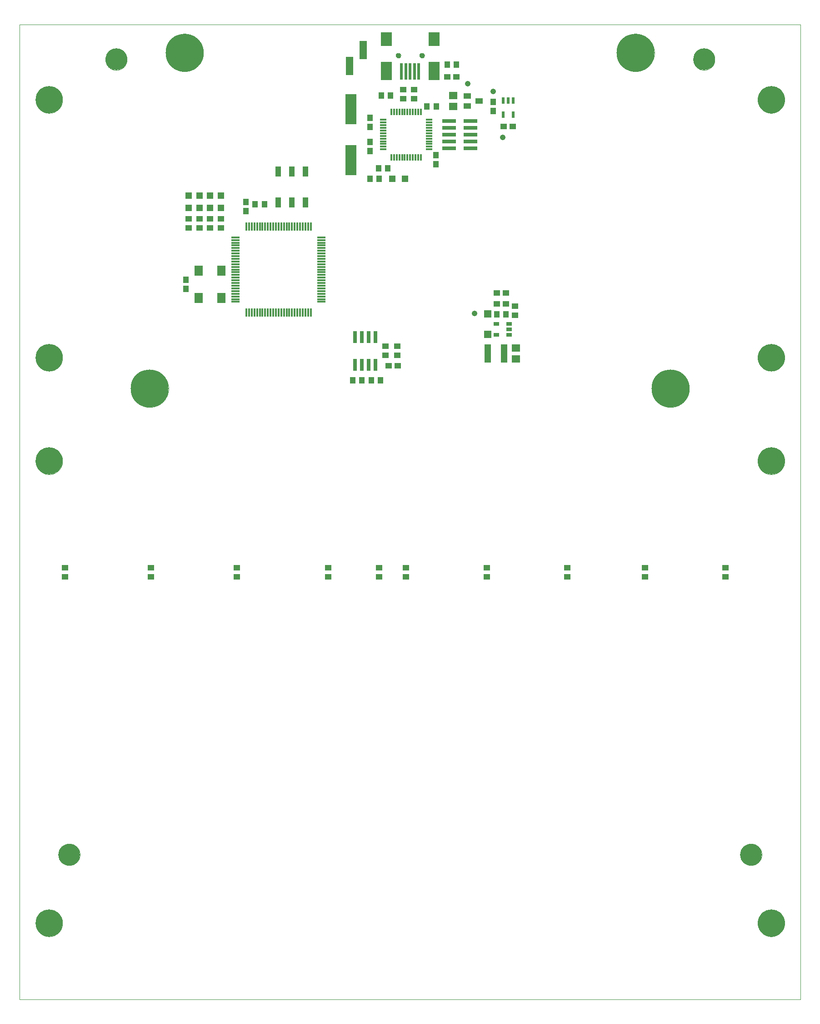
<source format=gbs>
G75*
%MOIN*%
%OFA0B0*%
%FSLAX25Y25*%
%IPPOS*%
%LPD*%
%AMOC8*
5,1,8,0,0,1.08239X$1,22.5*
%
%ADD10C,0.00000*%
%ADD11C,0.15948*%
%ADD12C,0.27759*%
%ADD13C,0.19885*%
%ADD14R,0.06499X0.05318*%
%ADD15R,0.04137X0.04531*%
%ADD16R,0.04531X0.04137*%
%ADD17R,0.04531X0.05121*%
%ADD18R,0.05121X0.04531*%
%ADD19R,0.05712X0.05712*%
%ADD20R,0.05200X0.13704*%
%ADD21R,0.04531X0.13586*%
%ADD22R,0.05712X0.04137*%
%ADD23C,0.04200*%
%ADD24R,0.04137X0.02956*%
%ADD25R,0.02365X0.04924*%
%ADD26R,0.04700X0.01200*%
%ADD27R,0.01200X0.04700*%
%ADD28R,0.08074X0.10043*%
%ADD29R,0.08074X0.13192*%
%ADD30R,0.02169X0.12405*%
%ADD31C,0.03743*%
%ADD32R,0.08074X0.21854*%
%ADD33R,0.06499X0.07287*%
%ADD34R,0.06106X0.01578*%
%ADD35R,0.01578X0.06106*%
%ADD36R,0.04216X0.07680*%
%ADD37R,0.10043X0.02759*%
%ADD38R,0.02562X0.08861*%
D10*
X0001000Y0001000D02*
X0001000Y0715567D01*
X0573835Y0715567D01*
X0573835Y0001000D01*
X0001000Y0001000D01*
X0012811Y0057102D02*
X0012814Y0057344D01*
X0012823Y0057585D01*
X0012838Y0057826D01*
X0012858Y0058067D01*
X0012885Y0058307D01*
X0012918Y0058546D01*
X0012956Y0058785D01*
X0013000Y0059022D01*
X0013050Y0059259D01*
X0013106Y0059494D01*
X0013168Y0059727D01*
X0013235Y0059959D01*
X0013308Y0060190D01*
X0013386Y0060418D01*
X0013471Y0060644D01*
X0013560Y0060869D01*
X0013655Y0061091D01*
X0013756Y0061310D01*
X0013862Y0061528D01*
X0013973Y0061742D01*
X0014090Y0061954D01*
X0014211Y0062162D01*
X0014338Y0062368D01*
X0014470Y0062570D01*
X0014607Y0062770D01*
X0014748Y0062965D01*
X0014894Y0063158D01*
X0015045Y0063346D01*
X0015201Y0063531D01*
X0015361Y0063712D01*
X0015525Y0063889D01*
X0015694Y0064062D01*
X0015867Y0064231D01*
X0016044Y0064395D01*
X0016225Y0064555D01*
X0016410Y0064711D01*
X0016598Y0064862D01*
X0016791Y0065008D01*
X0016986Y0065149D01*
X0017186Y0065286D01*
X0017388Y0065418D01*
X0017594Y0065545D01*
X0017802Y0065666D01*
X0018014Y0065783D01*
X0018228Y0065894D01*
X0018446Y0066000D01*
X0018665Y0066101D01*
X0018887Y0066196D01*
X0019112Y0066285D01*
X0019338Y0066370D01*
X0019566Y0066448D01*
X0019797Y0066521D01*
X0020029Y0066588D01*
X0020262Y0066650D01*
X0020497Y0066706D01*
X0020734Y0066756D01*
X0020971Y0066800D01*
X0021210Y0066838D01*
X0021449Y0066871D01*
X0021689Y0066898D01*
X0021930Y0066918D01*
X0022171Y0066933D01*
X0022412Y0066942D01*
X0022654Y0066945D01*
X0022896Y0066942D01*
X0023137Y0066933D01*
X0023378Y0066918D01*
X0023619Y0066898D01*
X0023859Y0066871D01*
X0024098Y0066838D01*
X0024337Y0066800D01*
X0024574Y0066756D01*
X0024811Y0066706D01*
X0025046Y0066650D01*
X0025279Y0066588D01*
X0025511Y0066521D01*
X0025742Y0066448D01*
X0025970Y0066370D01*
X0026196Y0066285D01*
X0026421Y0066196D01*
X0026643Y0066101D01*
X0026862Y0066000D01*
X0027080Y0065894D01*
X0027294Y0065783D01*
X0027506Y0065666D01*
X0027714Y0065545D01*
X0027920Y0065418D01*
X0028122Y0065286D01*
X0028322Y0065149D01*
X0028517Y0065008D01*
X0028710Y0064862D01*
X0028898Y0064711D01*
X0029083Y0064555D01*
X0029264Y0064395D01*
X0029441Y0064231D01*
X0029614Y0064062D01*
X0029783Y0063889D01*
X0029947Y0063712D01*
X0030107Y0063531D01*
X0030263Y0063346D01*
X0030414Y0063158D01*
X0030560Y0062965D01*
X0030701Y0062770D01*
X0030838Y0062570D01*
X0030970Y0062368D01*
X0031097Y0062162D01*
X0031218Y0061954D01*
X0031335Y0061742D01*
X0031446Y0061528D01*
X0031552Y0061310D01*
X0031653Y0061091D01*
X0031748Y0060869D01*
X0031837Y0060644D01*
X0031922Y0060418D01*
X0032000Y0060190D01*
X0032073Y0059959D01*
X0032140Y0059727D01*
X0032202Y0059494D01*
X0032258Y0059259D01*
X0032308Y0059022D01*
X0032352Y0058785D01*
X0032390Y0058546D01*
X0032423Y0058307D01*
X0032450Y0058067D01*
X0032470Y0057826D01*
X0032485Y0057585D01*
X0032494Y0057344D01*
X0032497Y0057102D01*
X0032494Y0056860D01*
X0032485Y0056619D01*
X0032470Y0056378D01*
X0032450Y0056137D01*
X0032423Y0055897D01*
X0032390Y0055658D01*
X0032352Y0055419D01*
X0032308Y0055182D01*
X0032258Y0054945D01*
X0032202Y0054710D01*
X0032140Y0054477D01*
X0032073Y0054245D01*
X0032000Y0054014D01*
X0031922Y0053786D01*
X0031837Y0053560D01*
X0031748Y0053335D01*
X0031653Y0053113D01*
X0031552Y0052894D01*
X0031446Y0052676D01*
X0031335Y0052462D01*
X0031218Y0052250D01*
X0031097Y0052042D01*
X0030970Y0051836D01*
X0030838Y0051634D01*
X0030701Y0051434D01*
X0030560Y0051239D01*
X0030414Y0051046D01*
X0030263Y0050858D01*
X0030107Y0050673D01*
X0029947Y0050492D01*
X0029783Y0050315D01*
X0029614Y0050142D01*
X0029441Y0049973D01*
X0029264Y0049809D01*
X0029083Y0049649D01*
X0028898Y0049493D01*
X0028710Y0049342D01*
X0028517Y0049196D01*
X0028322Y0049055D01*
X0028122Y0048918D01*
X0027920Y0048786D01*
X0027714Y0048659D01*
X0027506Y0048538D01*
X0027294Y0048421D01*
X0027080Y0048310D01*
X0026862Y0048204D01*
X0026643Y0048103D01*
X0026421Y0048008D01*
X0026196Y0047919D01*
X0025970Y0047834D01*
X0025742Y0047756D01*
X0025511Y0047683D01*
X0025279Y0047616D01*
X0025046Y0047554D01*
X0024811Y0047498D01*
X0024574Y0047448D01*
X0024337Y0047404D01*
X0024098Y0047366D01*
X0023859Y0047333D01*
X0023619Y0047306D01*
X0023378Y0047286D01*
X0023137Y0047271D01*
X0022896Y0047262D01*
X0022654Y0047259D01*
X0022412Y0047262D01*
X0022171Y0047271D01*
X0021930Y0047286D01*
X0021689Y0047306D01*
X0021449Y0047333D01*
X0021210Y0047366D01*
X0020971Y0047404D01*
X0020734Y0047448D01*
X0020497Y0047498D01*
X0020262Y0047554D01*
X0020029Y0047616D01*
X0019797Y0047683D01*
X0019566Y0047756D01*
X0019338Y0047834D01*
X0019112Y0047919D01*
X0018887Y0048008D01*
X0018665Y0048103D01*
X0018446Y0048204D01*
X0018228Y0048310D01*
X0018014Y0048421D01*
X0017802Y0048538D01*
X0017594Y0048659D01*
X0017388Y0048786D01*
X0017186Y0048918D01*
X0016986Y0049055D01*
X0016791Y0049196D01*
X0016598Y0049342D01*
X0016410Y0049493D01*
X0016225Y0049649D01*
X0016044Y0049809D01*
X0015867Y0049973D01*
X0015694Y0050142D01*
X0015525Y0050315D01*
X0015361Y0050492D01*
X0015201Y0050673D01*
X0015045Y0050858D01*
X0014894Y0051046D01*
X0014748Y0051239D01*
X0014607Y0051434D01*
X0014470Y0051634D01*
X0014338Y0051836D01*
X0014211Y0052042D01*
X0014090Y0052250D01*
X0013973Y0052462D01*
X0013862Y0052676D01*
X0013756Y0052894D01*
X0013655Y0053113D01*
X0013560Y0053335D01*
X0013471Y0053560D01*
X0013386Y0053786D01*
X0013308Y0054014D01*
X0013235Y0054245D01*
X0013168Y0054477D01*
X0013106Y0054710D01*
X0013050Y0054945D01*
X0013000Y0055182D01*
X0012956Y0055419D01*
X0012918Y0055658D01*
X0012885Y0055897D01*
X0012858Y0056137D01*
X0012838Y0056378D01*
X0012823Y0056619D01*
X0012814Y0056860D01*
X0012811Y0057102D01*
X0029543Y0107299D02*
X0029545Y0107492D01*
X0029552Y0107685D01*
X0029564Y0107878D01*
X0029581Y0108071D01*
X0029602Y0108263D01*
X0029628Y0108454D01*
X0029659Y0108645D01*
X0029694Y0108835D01*
X0029734Y0109024D01*
X0029779Y0109212D01*
X0029828Y0109399D01*
X0029882Y0109585D01*
X0029940Y0109769D01*
X0030003Y0109952D01*
X0030071Y0110133D01*
X0030142Y0110312D01*
X0030219Y0110490D01*
X0030299Y0110666D01*
X0030384Y0110839D01*
X0030473Y0111011D01*
X0030566Y0111180D01*
X0030663Y0111347D01*
X0030765Y0111512D01*
X0030870Y0111674D01*
X0030979Y0111833D01*
X0031093Y0111990D01*
X0031210Y0112143D01*
X0031330Y0112294D01*
X0031455Y0112442D01*
X0031583Y0112587D01*
X0031714Y0112728D01*
X0031849Y0112867D01*
X0031988Y0113002D01*
X0032129Y0113133D01*
X0032274Y0113261D01*
X0032422Y0113386D01*
X0032573Y0113506D01*
X0032726Y0113623D01*
X0032883Y0113737D01*
X0033042Y0113846D01*
X0033204Y0113951D01*
X0033369Y0114053D01*
X0033536Y0114150D01*
X0033705Y0114243D01*
X0033877Y0114332D01*
X0034050Y0114417D01*
X0034226Y0114497D01*
X0034404Y0114574D01*
X0034583Y0114645D01*
X0034764Y0114713D01*
X0034947Y0114776D01*
X0035131Y0114834D01*
X0035317Y0114888D01*
X0035504Y0114937D01*
X0035692Y0114982D01*
X0035881Y0115022D01*
X0036071Y0115057D01*
X0036262Y0115088D01*
X0036453Y0115114D01*
X0036645Y0115135D01*
X0036838Y0115152D01*
X0037031Y0115164D01*
X0037224Y0115171D01*
X0037417Y0115173D01*
X0037610Y0115171D01*
X0037803Y0115164D01*
X0037996Y0115152D01*
X0038189Y0115135D01*
X0038381Y0115114D01*
X0038572Y0115088D01*
X0038763Y0115057D01*
X0038953Y0115022D01*
X0039142Y0114982D01*
X0039330Y0114937D01*
X0039517Y0114888D01*
X0039703Y0114834D01*
X0039887Y0114776D01*
X0040070Y0114713D01*
X0040251Y0114645D01*
X0040430Y0114574D01*
X0040608Y0114497D01*
X0040784Y0114417D01*
X0040957Y0114332D01*
X0041129Y0114243D01*
X0041298Y0114150D01*
X0041465Y0114053D01*
X0041630Y0113951D01*
X0041792Y0113846D01*
X0041951Y0113737D01*
X0042108Y0113623D01*
X0042261Y0113506D01*
X0042412Y0113386D01*
X0042560Y0113261D01*
X0042705Y0113133D01*
X0042846Y0113002D01*
X0042985Y0112867D01*
X0043120Y0112728D01*
X0043251Y0112587D01*
X0043379Y0112442D01*
X0043504Y0112294D01*
X0043624Y0112143D01*
X0043741Y0111990D01*
X0043855Y0111833D01*
X0043964Y0111674D01*
X0044069Y0111512D01*
X0044171Y0111347D01*
X0044268Y0111180D01*
X0044361Y0111011D01*
X0044450Y0110839D01*
X0044535Y0110666D01*
X0044615Y0110490D01*
X0044692Y0110312D01*
X0044763Y0110133D01*
X0044831Y0109952D01*
X0044894Y0109769D01*
X0044952Y0109585D01*
X0045006Y0109399D01*
X0045055Y0109212D01*
X0045100Y0109024D01*
X0045140Y0108835D01*
X0045175Y0108645D01*
X0045206Y0108454D01*
X0045232Y0108263D01*
X0045253Y0108071D01*
X0045270Y0107878D01*
X0045282Y0107685D01*
X0045289Y0107492D01*
X0045291Y0107299D01*
X0045289Y0107106D01*
X0045282Y0106913D01*
X0045270Y0106720D01*
X0045253Y0106527D01*
X0045232Y0106335D01*
X0045206Y0106144D01*
X0045175Y0105953D01*
X0045140Y0105763D01*
X0045100Y0105574D01*
X0045055Y0105386D01*
X0045006Y0105199D01*
X0044952Y0105013D01*
X0044894Y0104829D01*
X0044831Y0104646D01*
X0044763Y0104465D01*
X0044692Y0104286D01*
X0044615Y0104108D01*
X0044535Y0103932D01*
X0044450Y0103759D01*
X0044361Y0103587D01*
X0044268Y0103418D01*
X0044171Y0103251D01*
X0044069Y0103086D01*
X0043964Y0102924D01*
X0043855Y0102765D01*
X0043741Y0102608D01*
X0043624Y0102455D01*
X0043504Y0102304D01*
X0043379Y0102156D01*
X0043251Y0102011D01*
X0043120Y0101870D01*
X0042985Y0101731D01*
X0042846Y0101596D01*
X0042705Y0101465D01*
X0042560Y0101337D01*
X0042412Y0101212D01*
X0042261Y0101092D01*
X0042108Y0100975D01*
X0041951Y0100861D01*
X0041792Y0100752D01*
X0041630Y0100647D01*
X0041465Y0100545D01*
X0041298Y0100448D01*
X0041129Y0100355D01*
X0040957Y0100266D01*
X0040784Y0100181D01*
X0040608Y0100101D01*
X0040430Y0100024D01*
X0040251Y0099953D01*
X0040070Y0099885D01*
X0039887Y0099822D01*
X0039703Y0099764D01*
X0039517Y0099710D01*
X0039330Y0099661D01*
X0039142Y0099616D01*
X0038953Y0099576D01*
X0038763Y0099541D01*
X0038572Y0099510D01*
X0038381Y0099484D01*
X0038189Y0099463D01*
X0037996Y0099446D01*
X0037803Y0099434D01*
X0037610Y0099427D01*
X0037417Y0099425D01*
X0037224Y0099427D01*
X0037031Y0099434D01*
X0036838Y0099446D01*
X0036645Y0099463D01*
X0036453Y0099484D01*
X0036262Y0099510D01*
X0036071Y0099541D01*
X0035881Y0099576D01*
X0035692Y0099616D01*
X0035504Y0099661D01*
X0035317Y0099710D01*
X0035131Y0099764D01*
X0034947Y0099822D01*
X0034764Y0099885D01*
X0034583Y0099953D01*
X0034404Y0100024D01*
X0034226Y0100101D01*
X0034050Y0100181D01*
X0033877Y0100266D01*
X0033705Y0100355D01*
X0033536Y0100448D01*
X0033369Y0100545D01*
X0033204Y0100647D01*
X0033042Y0100752D01*
X0032883Y0100861D01*
X0032726Y0100975D01*
X0032573Y0101092D01*
X0032422Y0101212D01*
X0032274Y0101337D01*
X0032129Y0101465D01*
X0031988Y0101596D01*
X0031849Y0101731D01*
X0031714Y0101870D01*
X0031583Y0102011D01*
X0031455Y0102156D01*
X0031330Y0102304D01*
X0031210Y0102455D01*
X0031093Y0102608D01*
X0030979Y0102765D01*
X0030870Y0102924D01*
X0030765Y0103086D01*
X0030663Y0103251D01*
X0030566Y0103418D01*
X0030473Y0103587D01*
X0030384Y0103759D01*
X0030299Y0103932D01*
X0030219Y0104108D01*
X0030142Y0104286D01*
X0030071Y0104465D01*
X0030003Y0104646D01*
X0029940Y0104829D01*
X0029882Y0105013D01*
X0029828Y0105199D01*
X0029779Y0105386D01*
X0029734Y0105574D01*
X0029694Y0105763D01*
X0029659Y0105953D01*
X0029628Y0106144D01*
X0029602Y0106335D01*
X0029581Y0106527D01*
X0029564Y0106720D01*
X0029552Y0106913D01*
X0029545Y0107106D01*
X0029543Y0107299D01*
X0012811Y0395685D02*
X0012814Y0395927D01*
X0012823Y0396168D01*
X0012838Y0396409D01*
X0012858Y0396650D01*
X0012885Y0396890D01*
X0012918Y0397129D01*
X0012956Y0397368D01*
X0013000Y0397605D01*
X0013050Y0397842D01*
X0013106Y0398077D01*
X0013168Y0398310D01*
X0013235Y0398542D01*
X0013308Y0398773D01*
X0013386Y0399001D01*
X0013471Y0399227D01*
X0013560Y0399452D01*
X0013655Y0399674D01*
X0013756Y0399893D01*
X0013862Y0400111D01*
X0013973Y0400325D01*
X0014090Y0400537D01*
X0014211Y0400745D01*
X0014338Y0400951D01*
X0014470Y0401153D01*
X0014607Y0401353D01*
X0014748Y0401548D01*
X0014894Y0401741D01*
X0015045Y0401929D01*
X0015201Y0402114D01*
X0015361Y0402295D01*
X0015525Y0402472D01*
X0015694Y0402645D01*
X0015867Y0402814D01*
X0016044Y0402978D01*
X0016225Y0403138D01*
X0016410Y0403294D01*
X0016598Y0403445D01*
X0016791Y0403591D01*
X0016986Y0403732D01*
X0017186Y0403869D01*
X0017388Y0404001D01*
X0017594Y0404128D01*
X0017802Y0404249D01*
X0018014Y0404366D01*
X0018228Y0404477D01*
X0018446Y0404583D01*
X0018665Y0404684D01*
X0018887Y0404779D01*
X0019112Y0404868D01*
X0019338Y0404953D01*
X0019566Y0405031D01*
X0019797Y0405104D01*
X0020029Y0405171D01*
X0020262Y0405233D01*
X0020497Y0405289D01*
X0020734Y0405339D01*
X0020971Y0405383D01*
X0021210Y0405421D01*
X0021449Y0405454D01*
X0021689Y0405481D01*
X0021930Y0405501D01*
X0022171Y0405516D01*
X0022412Y0405525D01*
X0022654Y0405528D01*
X0022896Y0405525D01*
X0023137Y0405516D01*
X0023378Y0405501D01*
X0023619Y0405481D01*
X0023859Y0405454D01*
X0024098Y0405421D01*
X0024337Y0405383D01*
X0024574Y0405339D01*
X0024811Y0405289D01*
X0025046Y0405233D01*
X0025279Y0405171D01*
X0025511Y0405104D01*
X0025742Y0405031D01*
X0025970Y0404953D01*
X0026196Y0404868D01*
X0026421Y0404779D01*
X0026643Y0404684D01*
X0026862Y0404583D01*
X0027080Y0404477D01*
X0027294Y0404366D01*
X0027506Y0404249D01*
X0027714Y0404128D01*
X0027920Y0404001D01*
X0028122Y0403869D01*
X0028322Y0403732D01*
X0028517Y0403591D01*
X0028710Y0403445D01*
X0028898Y0403294D01*
X0029083Y0403138D01*
X0029264Y0402978D01*
X0029441Y0402814D01*
X0029614Y0402645D01*
X0029783Y0402472D01*
X0029947Y0402295D01*
X0030107Y0402114D01*
X0030263Y0401929D01*
X0030414Y0401741D01*
X0030560Y0401548D01*
X0030701Y0401353D01*
X0030838Y0401153D01*
X0030970Y0400951D01*
X0031097Y0400745D01*
X0031218Y0400537D01*
X0031335Y0400325D01*
X0031446Y0400111D01*
X0031552Y0399893D01*
X0031653Y0399674D01*
X0031748Y0399452D01*
X0031837Y0399227D01*
X0031922Y0399001D01*
X0032000Y0398773D01*
X0032073Y0398542D01*
X0032140Y0398310D01*
X0032202Y0398077D01*
X0032258Y0397842D01*
X0032308Y0397605D01*
X0032352Y0397368D01*
X0032390Y0397129D01*
X0032423Y0396890D01*
X0032450Y0396650D01*
X0032470Y0396409D01*
X0032485Y0396168D01*
X0032494Y0395927D01*
X0032497Y0395685D01*
X0032494Y0395443D01*
X0032485Y0395202D01*
X0032470Y0394961D01*
X0032450Y0394720D01*
X0032423Y0394480D01*
X0032390Y0394241D01*
X0032352Y0394002D01*
X0032308Y0393765D01*
X0032258Y0393528D01*
X0032202Y0393293D01*
X0032140Y0393060D01*
X0032073Y0392828D01*
X0032000Y0392597D01*
X0031922Y0392369D01*
X0031837Y0392143D01*
X0031748Y0391918D01*
X0031653Y0391696D01*
X0031552Y0391477D01*
X0031446Y0391259D01*
X0031335Y0391045D01*
X0031218Y0390833D01*
X0031097Y0390625D01*
X0030970Y0390419D01*
X0030838Y0390217D01*
X0030701Y0390017D01*
X0030560Y0389822D01*
X0030414Y0389629D01*
X0030263Y0389441D01*
X0030107Y0389256D01*
X0029947Y0389075D01*
X0029783Y0388898D01*
X0029614Y0388725D01*
X0029441Y0388556D01*
X0029264Y0388392D01*
X0029083Y0388232D01*
X0028898Y0388076D01*
X0028710Y0387925D01*
X0028517Y0387779D01*
X0028322Y0387638D01*
X0028122Y0387501D01*
X0027920Y0387369D01*
X0027714Y0387242D01*
X0027506Y0387121D01*
X0027294Y0387004D01*
X0027080Y0386893D01*
X0026862Y0386787D01*
X0026643Y0386686D01*
X0026421Y0386591D01*
X0026196Y0386502D01*
X0025970Y0386417D01*
X0025742Y0386339D01*
X0025511Y0386266D01*
X0025279Y0386199D01*
X0025046Y0386137D01*
X0024811Y0386081D01*
X0024574Y0386031D01*
X0024337Y0385987D01*
X0024098Y0385949D01*
X0023859Y0385916D01*
X0023619Y0385889D01*
X0023378Y0385869D01*
X0023137Y0385854D01*
X0022896Y0385845D01*
X0022654Y0385842D01*
X0022412Y0385845D01*
X0022171Y0385854D01*
X0021930Y0385869D01*
X0021689Y0385889D01*
X0021449Y0385916D01*
X0021210Y0385949D01*
X0020971Y0385987D01*
X0020734Y0386031D01*
X0020497Y0386081D01*
X0020262Y0386137D01*
X0020029Y0386199D01*
X0019797Y0386266D01*
X0019566Y0386339D01*
X0019338Y0386417D01*
X0019112Y0386502D01*
X0018887Y0386591D01*
X0018665Y0386686D01*
X0018446Y0386787D01*
X0018228Y0386893D01*
X0018014Y0387004D01*
X0017802Y0387121D01*
X0017594Y0387242D01*
X0017388Y0387369D01*
X0017186Y0387501D01*
X0016986Y0387638D01*
X0016791Y0387779D01*
X0016598Y0387925D01*
X0016410Y0388076D01*
X0016225Y0388232D01*
X0016044Y0388392D01*
X0015867Y0388556D01*
X0015694Y0388725D01*
X0015525Y0388898D01*
X0015361Y0389075D01*
X0015201Y0389256D01*
X0015045Y0389441D01*
X0014894Y0389629D01*
X0014748Y0389822D01*
X0014607Y0390017D01*
X0014470Y0390217D01*
X0014338Y0390419D01*
X0014211Y0390625D01*
X0014090Y0390833D01*
X0013973Y0391045D01*
X0013862Y0391259D01*
X0013756Y0391477D01*
X0013655Y0391696D01*
X0013560Y0391918D01*
X0013471Y0392143D01*
X0013386Y0392369D01*
X0013308Y0392597D01*
X0013235Y0392828D01*
X0013168Y0393060D01*
X0013106Y0393293D01*
X0013050Y0393528D01*
X0013000Y0393765D01*
X0012956Y0394002D01*
X0012918Y0394241D01*
X0012885Y0394480D01*
X0012858Y0394720D01*
X0012838Y0394961D01*
X0012823Y0395202D01*
X0012814Y0395443D01*
X0012811Y0395685D01*
X0012811Y0471472D02*
X0012814Y0471714D01*
X0012823Y0471955D01*
X0012838Y0472196D01*
X0012858Y0472437D01*
X0012885Y0472677D01*
X0012918Y0472916D01*
X0012956Y0473155D01*
X0013000Y0473392D01*
X0013050Y0473629D01*
X0013106Y0473864D01*
X0013168Y0474097D01*
X0013235Y0474329D01*
X0013308Y0474560D01*
X0013386Y0474788D01*
X0013471Y0475014D01*
X0013560Y0475239D01*
X0013655Y0475461D01*
X0013756Y0475680D01*
X0013862Y0475898D01*
X0013973Y0476112D01*
X0014090Y0476324D01*
X0014211Y0476532D01*
X0014338Y0476738D01*
X0014470Y0476940D01*
X0014607Y0477140D01*
X0014748Y0477335D01*
X0014894Y0477528D01*
X0015045Y0477716D01*
X0015201Y0477901D01*
X0015361Y0478082D01*
X0015525Y0478259D01*
X0015694Y0478432D01*
X0015867Y0478601D01*
X0016044Y0478765D01*
X0016225Y0478925D01*
X0016410Y0479081D01*
X0016598Y0479232D01*
X0016791Y0479378D01*
X0016986Y0479519D01*
X0017186Y0479656D01*
X0017388Y0479788D01*
X0017594Y0479915D01*
X0017802Y0480036D01*
X0018014Y0480153D01*
X0018228Y0480264D01*
X0018446Y0480370D01*
X0018665Y0480471D01*
X0018887Y0480566D01*
X0019112Y0480655D01*
X0019338Y0480740D01*
X0019566Y0480818D01*
X0019797Y0480891D01*
X0020029Y0480958D01*
X0020262Y0481020D01*
X0020497Y0481076D01*
X0020734Y0481126D01*
X0020971Y0481170D01*
X0021210Y0481208D01*
X0021449Y0481241D01*
X0021689Y0481268D01*
X0021930Y0481288D01*
X0022171Y0481303D01*
X0022412Y0481312D01*
X0022654Y0481315D01*
X0022896Y0481312D01*
X0023137Y0481303D01*
X0023378Y0481288D01*
X0023619Y0481268D01*
X0023859Y0481241D01*
X0024098Y0481208D01*
X0024337Y0481170D01*
X0024574Y0481126D01*
X0024811Y0481076D01*
X0025046Y0481020D01*
X0025279Y0480958D01*
X0025511Y0480891D01*
X0025742Y0480818D01*
X0025970Y0480740D01*
X0026196Y0480655D01*
X0026421Y0480566D01*
X0026643Y0480471D01*
X0026862Y0480370D01*
X0027080Y0480264D01*
X0027294Y0480153D01*
X0027506Y0480036D01*
X0027714Y0479915D01*
X0027920Y0479788D01*
X0028122Y0479656D01*
X0028322Y0479519D01*
X0028517Y0479378D01*
X0028710Y0479232D01*
X0028898Y0479081D01*
X0029083Y0478925D01*
X0029264Y0478765D01*
X0029441Y0478601D01*
X0029614Y0478432D01*
X0029783Y0478259D01*
X0029947Y0478082D01*
X0030107Y0477901D01*
X0030263Y0477716D01*
X0030414Y0477528D01*
X0030560Y0477335D01*
X0030701Y0477140D01*
X0030838Y0476940D01*
X0030970Y0476738D01*
X0031097Y0476532D01*
X0031218Y0476324D01*
X0031335Y0476112D01*
X0031446Y0475898D01*
X0031552Y0475680D01*
X0031653Y0475461D01*
X0031748Y0475239D01*
X0031837Y0475014D01*
X0031922Y0474788D01*
X0032000Y0474560D01*
X0032073Y0474329D01*
X0032140Y0474097D01*
X0032202Y0473864D01*
X0032258Y0473629D01*
X0032308Y0473392D01*
X0032352Y0473155D01*
X0032390Y0472916D01*
X0032423Y0472677D01*
X0032450Y0472437D01*
X0032470Y0472196D01*
X0032485Y0471955D01*
X0032494Y0471714D01*
X0032497Y0471472D01*
X0032494Y0471230D01*
X0032485Y0470989D01*
X0032470Y0470748D01*
X0032450Y0470507D01*
X0032423Y0470267D01*
X0032390Y0470028D01*
X0032352Y0469789D01*
X0032308Y0469552D01*
X0032258Y0469315D01*
X0032202Y0469080D01*
X0032140Y0468847D01*
X0032073Y0468615D01*
X0032000Y0468384D01*
X0031922Y0468156D01*
X0031837Y0467930D01*
X0031748Y0467705D01*
X0031653Y0467483D01*
X0031552Y0467264D01*
X0031446Y0467046D01*
X0031335Y0466832D01*
X0031218Y0466620D01*
X0031097Y0466412D01*
X0030970Y0466206D01*
X0030838Y0466004D01*
X0030701Y0465804D01*
X0030560Y0465609D01*
X0030414Y0465416D01*
X0030263Y0465228D01*
X0030107Y0465043D01*
X0029947Y0464862D01*
X0029783Y0464685D01*
X0029614Y0464512D01*
X0029441Y0464343D01*
X0029264Y0464179D01*
X0029083Y0464019D01*
X0028898Y0463863D01*
X0028710Y0463712D01*
X0028517Y0463566D01*
X0028322Y0463425D01*
X0028122Y0463288D01*
X0027920Y0463156D01*
X0027714Y0463029D01*
X0027506Y0462908D01*
X0027294Y0462791D01*
X0027080Y0462680D01*
X0026862Y0462574D01*
X0026643Y0462473D01*
X0026421Y0462378D01*
X0026196Y0462289D01*
X0025970Y0462204D01*
X0025742Y0462126D01*
X0025511Y0462053D01*
X0025279Y0461986D01*
X0025046Y0461924D01*
X0024811Y0461868D01*
X0024574Y0461818D01*
X0024337Y0461774D01*
X0024098Y0461736D01*
X0023859Y0461703D01*
X0023619Y0461676D01*
X0023378Y0461656D01*
X0023137Y0461641D01*
X0022896Y0461632D01*
X0022654Y0461629D01*
X0022412Y0461632D01*
X0022171Y0461641D01*
X0021930Y0461656D01*
X0021689Y0461676D01*
X0021449Y0461703D01*
X0021210Y0461736D01*
X0020971Y0461774D01*
X0020734Y0461818D01*
X0020497Y0461868D01*
X0020262Y0461924D01*
X0020029Y0461986D01*
X0019797Y0462053D01*
X0019566Y0462126D01*
X0019338Y0462204D01*
X0019112Y0462289D01*
X0018887Y0462378D01*
X0018665Y0462473D01*
X0018446Y0462574D01*
X0018228Y0462680D01*
X0018014Y0462791D01*
X0017802Y0462908D01*
X0017594Y0463029D01*
X0017388Y0463156D01*
X0017186Y0463288D01*
X0016986Y0463425D01*
X0016791Y0463566D01*
X0016598Y0463712D01*
X0016410Y0463863D01*
X0016225Y0464019D01*
X0016044Y0464179D01*
X0015867Y0464343D01*
X0015694Y0464512D01*
X0015525Y0464685D01*
X0015361Y0464862D01*
X0015201Y0465043D01*
X0015045Y0465228D01*
X0014894Y0465416D01*
X0014748Y0465609D01*
X0014607Y0465804D01*
X0014470Y0466004D01*
X0014338Y0466206D01*
X0014211Y0466412D01*
X0014090Y0466620D01*
X0013973Y0466832D01*
X0013862Y0467046D01*
X0013756Y0467264D01*
X0013655Y0467483D01*
X0013560Y0467705D01*
X0013471Y0467930D01*
X0013386Y0468156D01*
X0013308Y0468384D01*
X0013235Y0468615D01*
X0013168Y0468847D01*
X0013106Y0469080D01*
X0013050Y0469315D01*
X0013000Y0469552D01*
X0012956Y0469789D01*
X0012918Y0470028D01*
X0012885Y0470267D01*
X0012858Y0470507D01*
X0012838Y0470748D01*
X0012823Y0470989D01*
X0012814Y0471230D01*
X0012811Y0471472D01*
X0082692Y0448835D02*
X0082696Y0449173D01*
X0082709Y0449511D01*
X0082729Y0449849D01*
X0082758Y0450186D01*
X0082796Y0450522D01*
X0082841Y0450857D01*
X0082895Y0451191D01*
X0082957Y0451523D01*
X0083027Y0451854D01*
X0083105Y0452183D01*
X0083191Y0452510D01*
X0083285Y0452835D01*
X0083388Y0453158D01*
X0083498Y0453477D01*
X0083615Y0453794D01*
X0083741Y0454108D01*
X0083874Y0454419D01*
X0084015Y0454727D01*
X0084163Y0455031D01*
X0084319Y0455331D01*
X0084482Y0455627D01*
X0084652Y0455919D01*
X0084830Y0456207D01*
X0085014Y0456491D01*
X0085206Y0456770D01*
X0085404Y0457044D01*
X0085609Y0457313D01*
X0085820Y0457577D01*
X0086038Y0457836D01*
X0086262Y0458089D01*
X0086492Y0458337D01*
X0086728Y0458579D01*
X0086970Y0458815D01*
X0087218Y0459045D01*
X0087471Y0459269D01*
X0087730Y0459487D01*
X0087994Y0459698D01*
X0088263Y0459903D01*
X0088537Y0460101D01*
X0088816Y0460293D01*
X0089100Y0460477D01*
X0089388Y0460655D01*
X0089680Y0460825D01*
X0089976Y0460988D01*
X0090276Y0461144D01*
X0090580Y0461292D01*
X0090888Y0461433D01*
X0091199Y0461566D01*
X0091513Y0461692D01*
X0091830Y0461809D01*
X0092149Y0461919D01*
X0092472Y0462022D01*
X0092797Y0462116D01*
X0093124Y0462202D01*
X0093453Y0462280D01*
X0093784Y0462350D01*
X0094116Y0462412D01*
X0094450Y0462466D01*
X0094785Y0462511D01*
X0095121Y0462549D01*
X0095458Y0462578D01*
X0095796Y0462598D01*
X0096134Y0462611D01*
X0096472Y0462615D01*
X0096810Y0462611D01*
X0097148Y0462598D01*
X0097486Y0462578D01*
X0097823Y0462549D01*
X0098159Y0462511D01*
X0098494Y0462466D01*
X0098828Y0462412D01*
X0099160Y0462350D01*
X0099491Y0462280D01*
X0099820Y0462202D01*
X0100147Y0462116D01*
X0100472Y0462022D01*
X0100795Y0461919D01*
X0101114Y0461809D01*
X0101431Y0461692D01*
X0101745Y0461566D01*
X0102056Y0461433D01*
X0102364Y0461292D01*
X0102668Y0461144D01*
X0102968Y0460988D01*
X0103264Y0460825D01*
X0103556Y0460655D01*
X0103844Y0460477D01*
X0104128Y0460293D01*
X0104407Y0460101D01*
X0104681Y0459903D01*
X0104950Y0459698D01*
X0105214Y0459487D01*
X0105473Y0459269D01*
X0105726Y0459045D01*
X0105974Y0458815D01*
X0106216Y0458579D01*
X0106452Y0458337D01*
X0106682Y0458089D01*
X0106906Y0457836D01*
X0107124Y0457577D01*
X0107335Y0457313D01*
X0107540Y0457044D01*
X0107738Y0456770D01*
X0107930Y0456491D01*
X0108114Y0456207D01*
X0108292Y0455919D01*
X0108462Y0455627D01*
X0108625Y0455331D01*
X0108781Y0455031D01*
X0108929Y0454727D01*
X0109070Y0454419D01*
X0109203Y0454108D01*
X0109329Y0453794D01*
X0109446Y0453477D01*
X0109556Y0453158D01*
X0109659Y0452835D01*
X0109753Y0452510D01*
X0109839Y0452183D01*
X0109917Y0451854D01*
X0109987Y0451523D01*
X0110049Y0451191D01*
X0110103Y0450857D01*
X0110148Y0450522D01*
X0110186Y0450186D01*
X0110215Y0449849D01*
X0110235Y0449511D01*
X0110248Y0449173D01*
X0110252Y0448835D01*
X0110248Y0448497D01*
X0110235Y0448159D01*
X0110215Y0447821D01*
X0110186Y0447484D01*
X0110148Y0447148D01*
X0110103Y0446813D01*
X0110049Y0446479D01*
X0109987Y0446147D01*
X0109917Y0445816D01*
X0109839Y0445487D01*
X0109753Y0445160D01*
X0109659Y0444835D01*
X0109556Y0444512D01*
X0109446Y0444193D01*
X0109329Y0443876D01*
X0109203Y0443562D01*
X0109070Y0443251D01*
X0108929Y0442943D01*
X0108781Y0442639D01*
X0108625Y0442339D01*
X0108462Y0442043D01*
X0108292Y0441751D01*
X0108114Y0441463D01*
X0107930Y0441179D01*
X0107738Y0440900D01*
X0107540Y0440626D01*
X0107335Y0440357D01*
X0107124Y0440093D01*
X0106906Y0439834D01*
X0106682Y0439581D01*
X0106452Y0439333D01*
X0106216Y0439091D01*
X0105974Y0438855D01*
X0105726Y0438625D01*
X0105473Y0438401D01*
X0105214Y0438183D01*
X0104950Y0437972D01*
X0104681Y0437767D01*
X0104407Y0437569D01*
X0104128Y0437377D01*
X0103844Y0437193D01*
X0103556Y0437015D01*
X0103264Y0436845D01*
X0102968Y0436682D01*
X0102668Y0436526D01*
X0102364Y0436378D01*
X0102056Y0436237D01*
X0101745Y0436104D01*
X0101431Y0435978D01*
X0101114Y0435861D01*
X0100795Y0435751D01*
X0100472Y0435648D01*
X0100147Y0435554D01*
X0099820Y0435468D01*
X0099491Y0435390D01*
X0099160Y0435320D01*
X0098828Y0435258D01*
X0098494Y0435204D01*
X0098159Y0435159D01*
X0097823Y0435121D01*
X0097486Y0435092D01*
X0097148Y0435072D01*
X0096810Y0435059D01*
X0096472Y0435055D01*
X0096134Y0435059D01*
X0095796Y0435072D01*
X0095458Y0435092D01*
X0095121Y0435121D01*
X0094785Y0435159D01*
X0094450Y0435204D01*
X0094116Y0435258D01*
X0093784Y0435320D01*
X0093453Y0435390D01*
X0093124Y0435468D01*
X0092797Y0435554D01*
X0092472Y0435648D01*
X0092149Y0435751D01*
X0091830Y0435861D01*
X0091513Y0435978D01*
X0091199Y0436104D01*
X0090888Y0436237D01*
X0090580Y0436378D01*
X0090276Y0436526D01*
X0089976Y0436682D01*
X0089680Y0436845D01*
X0089388Y0437015D01*
X0089100Y0437193D01*
X0088816Y0437377D01*
X0088537Y0437569D01*
X0088263Y0437767D01*
X0087994Y0437972D01*
X0087730Y0438183D01*
X0087471Y0438401D01*
X0087218Y0438625D01*
X0086970Y0438855D01*
X0086728Y0439091D01*
X0086492Y0439333D01*
X0086262Y0439581D01*
X0086038Y0439834D01*
X0085820Y0440093D01*
X0085609Y0440357D01*
X0085404Y0440626D01*
X0085206Y0440900D01*
X0085014Y0441179D01*
X0084830Y0441463D01*
X0084652Y0441751D01*
X0084482Y0442043D01*
X0084319Y0442339D01*
X0084163Y0442639D01*
X0084015Y0442943D01*
X0083874Y0443251D01*
X0083741Y0443562D01*
X0083615Y0443876D01*
X0083498Y0444193D01*
X0083388Y0444512D01*
X0083285Y0444835D01*
X0083191Y0445160D01*
X0083105Y0445487D01*
X0083027Y0445816D01*
X0082957Y0446147D01*
X0082895Y0446479D01*
X0082841Y0446813D01*
X0082796Y0447148D01*
X0082758Y0447484D01*
X0082729Y0447821D01*
X0082709Y0448159D01*
X0082696Y0448497D01*
X0082692Y0448835D01*
X0012811Y0660449D02*
X0012814Y0660691D01*
X0012823Y0660932D01*
X0012838Y0661173D01*
X0012858Y0661414D01*
X0012885Y0661654D01*
X0012918Y0661893D01*
X0012956Y0662132D01*
X0013000Y0662369D01*
X0013050Y0662606D01*
X0013106Y0662841D01*
X0013168Y0663074D01*
X0013235Y0663306D01*
X0013308Y0663537D01*
X0013386Y0663765D01*
X0013471Y0663991D01*
X0013560Y0664216D01*
X0013655Y0664438D01*
X0013756Y0664657D01*
X0013862Y0664875D01*
X0013973Y0665089D01*
X0014090Y0665301D01*
X0014211Y0665509D01*
X0014338Y0665715D01*
X0014470Y0665917D01*
X0014607Y0666117D01*
X0014748Y0666312D01*
X0014894Y0666505D01*
X0015045Y0666693D01*
X0015201Y0666878D01*
X0015361Y0667059D01*
X0015525Y0667236D01*
X0015694Y0667409D01*
X0015867Y0667578D01*
X0016044Y0667742D01*
X0016225Y0667902D01*
X0016410Y0668058D01*
X0016598Y0668209D01*
X0016791Y0668355D01*
X0016986Y0668496D01*
X0017186Y0668633D01*
X0017388Y0668765D01*
X0017594Y0668892D01*
X0017802Y0669013D01*
X0018014Y0669130D01*
X0018228Y0669241D01*
X0018446Y0669347D01*
X0018665Y0669448D01*
X0018887Y0669543D01*
X0019112Y0669632D01*
X0019338Y0669717D01*
X0019566Y0669795D01*
X0019797Y0669868D01*
X0020029Y0669935D01*
X0020262Y0669997D01*
X0020497Y0670053D01*
X0020734Y0670103D01*
X0020971Y0670147D01*
X0021210Y0670185D01*
X0021449Y0670218D01*
X0021689Y0670245D01*
X0021930Y0670265D01*
X0022171Y0670280D01*
X0022412Y0670289D01*
X0022654Y0670292D01*
X0022896Y0670289D01*
X0023137Y0670280D01*
X0023378Y0670265D01*
X0023619Y0670245D01*
X0023859Y0670218D01*
X0024098Y0670185D01*
X0024337Y0670147D01*
X0024574Y0670103D01*
X0024811Y0670053D01*
X0025046Y0669997D01*
X0025279Y0669935D01*
X0025511Y0669868D01*
X0025742Y0669795D01*
X0025970Y0669717D01*
X0026196Y0669632D01*
X0026421Y0669543D01*
X0026643Y0669448D01*
X0026862Y0669347D01*
X0027080Y0669241D01*
X0027294Y0669130D01*
X0027506Y0669013D01*
X0027714Y0668892D01*
X0027920Y0668765D01*
X0028122Y0668633D01*
X0028322Y0668496D01*
X0028517Y0668355D01*
X0028710Y0668209D01*
X0028898Y0668058D01*
X0029083Y0667902D01*
X0029264Y0667742D01*
X0029441Y0667578D01*
X0029614Y0667409D01*
X0029783Y0667236D01*
X0029947Y0667059D01*
X0030107Y0666878D01*
X0030263Y0666693D01*
X0030414Y0666505D01*
X0030560Y0666312D01*
X0030701Y0666117D01*
X0030838Y0665917D01*
X0030970Y0665715D01*
X0031097Y0665509D01*
X0031218Y0665301D01*
X0031335Y0665089D01*
X0031446Y0664875D01*
X0031552Y0664657D01*
X0031653Y0664438D01*
X0031748Y0664216D01*
X0031837Y0663991D01*
X0031922Y0663765D01*
X0032000Y0663537D01*
X0032073Y0663306D01*
X0032140Y0663074D01*
X0032202Y0662841D01*
X0032258Y0662606D01*
X0032308Y0662369D01*
X0032352Y0662132D01*
X0032390Y0661893D01*
X0032423Y0661654D01*
X0032450Y0661414D01*
X0032470Y0661173D01*
X0032485Y0660932D01*
X0032494Y0660691D01*
X0032497Y0660449D01*
X0032494Y0660207D01*
X0032485Y0659966D01*
X0032470Y0659725D01*
X0032450Y0659484D01*
X0032423Y0659244D01*
X0032390Y0659005D01*
X0032352Y0658766D01*
X0032308Y0658529D01*
X0032258Y0658292D01*
X0032202Y0658057D01*
X0032140Y0657824D01*
X0032073Y0657592D01*
X0032000Y0657361D01*
X0031922Y0657133D01*
X0031837Y0656907D01*
X0031748Y0656682D01*
X0031653Y0656460D01*
X0031552Y0656241D01*
X0031446Y0656023D01*
X0031335Y0655809D01*
X0031218Y0655597D01*
X0031097Y0655389D01*
X0030970Y0655183D01*
X0030838Y0654981D01*
X0030701Y0654781D01*
X0030560Y0654586D01*
X0030414Y0654393D01*
X0030263Y0654205D01*
X0030107Y0654020D01*
X0029947Y0653839D01*
X0029783Y0653662D01*
X0029614Y0653489D01*
X0029441Y0653320D01*
X0029264Y0653156D01*
X0029083Y0652996D01*
X0028898Y0652840D01*
X0028710Y0652689D01*
X0028517Y0652543D01*
X0028322Y0652402D01*
X0028122Y0652265D01*
X0027920Y0652133D01*
X0027714Y0652006D01*
X0027506Y0651885D01*
X0027294Y0651768D01*
X0027080Y0651657D01*
X0026862Y0651551D01*
X0026643Y0651450D01*
X0026421Y0651355D01*
X0026196Y0651266D01*
X0025970Y0651181D01*
X0025742Y0651103D01*
X0025511Y0651030D01*
X0025279Y0650963D01*
X0025046Y0650901D01*
X0024811Y0650845D01*
X0024574Y0650795D01*
X0024337Y0650751D01*
X0024098Y0650713D01*
X0023859Y0650680D01*
X0023619Y0650653D01*
X0023378Y0650633D01*
X0023137Y0650618D01*
X0022896Y0650609D01*
X0022654Y0650606D01*
X0022412Y0650609D01*
X0022171Y0650618D01*
X0021930Y0650633D01*
X0021689Y0650653D01*
X0021449Y0650680D01*
X0021210Y0650713D01*
X0020971Y0650751D01*
X0020734Y0650795D01*
X0020497Y0650845D01*
X0020262Y0650901D01*
X0020029Y0650963D01*
X0019797Y0651030D01*
X0019566Y0651103D01*
X0019338Y0651181D01*
X0019112Y0651266D01*
X0018887Y0651355D01*
X0018665Y0651450D01*
X0018446Y0651551D01*
X0018228Y0651657D01*
X0018014Y0651768D01*
X0017802Y0651885D01*
X0017594Y0652006D01*
X0017388Y0652133D01*
X0017186Y0652265D01*
X0016986Y0652402D01*
X0016791Y0652543D01*
X0016598Y0652689D01*
X0016410Y0652840D01*
X0016225Y0652996D01*
X0016044Y0653156D01*
X0015867Y0653320D01*
X0015694Y0653489D01*
X0015525Y0653662D01*
X0015361Y0653839D01*
X0015201Y0654020D01*
X0015045Y0654205D01*
X0014894Y0654393D01*
X0014748Y0654586D01*
X0014607Y0654781D01*
X0014470Y0654981D01*
X0014338Y0655183D01*
X0014211Y0655389D01*
X0014090Y0655597D01*
X0013973Y0655809D01*
X0013862Y0656023D01*
X0013756Y0656241D01*
X0013655Y0656460D01*
X0013560Y0656682D01*
X0013471Y0656907D01*
X0013386Y0657133D01*
X0013308Y0657361D01*
X0013235Y0657592D01*
X0013168Y0657824D01*
X0013106Y0658057D01*
X0013050Y0658292D01*
X0013000Y0658529D01*
X0012956Y0658766D01*
X0012918Y0659005D01*
X0012885Y0659244D01*
X0012858Y0659484D01*
X0012838Y0659725D01*
X0012823Y0659966D01*
X0012814Y0660207D01*
X0012811Y0660449D01*
X0063992Y0689976D02*
X0063994Y0690169D01*
X0064001Y0690362D01*
X0064013Y0690555D01*
X0064030Y0690748D01*
X0064051Y0690940D01*
X0064077Y0691131D01*
X0064108Y0691322D01*
X0064143Y0691512D01*
X0064183Y0691701D01*
X0064228Y0691889D01*
X0064277Y0692076D01*
X0064331Y0692262D01*
X0064389Y0692446D01*
X0064452Y0692629D01*
X0064520Y0692810D01*
X0064591Y0692989D01*
X0064668Y0693167D01*
X0064748Y0693343D01*
X0064833Y0693516D01*
X0064922Y0693688D01*
X0065015Y0693857D01*
X0065112Y0694024D01*
X0065214Y0694189D01*
X0065319Y0694351D01*
X0065428Y0694510D01*
X0065542Y0694667D01*
X0065659Y0694820D01*
X0065779Y0694971D01*
X0065904Y0695119D01*
X0066032Y0695264D01*
X0066163Y0695405D01*
X0066298Y0695544D01*
X0066437Y0695679D01*
X0066578Y0695810D01*
X0066723Y0695938D01*
X0066871Y0696063D01*
X0067022Y0696183D01*
X0067175Y0696300D01*
X0067332Y0696414D01*
X0067491Y0696523D01*
X0067653Y0696628D01*
X0067818Y0696730D01*
X0067985Y0696827D01*
X0068154Y0696920D01*
X0068326Y0697009D01*
X0068499Y0697094D01*
X0068675Y0697174D01*
X0068853Y0697251D01*
X0069032Y0697322D01*
X0069213Y0697390D01*
X0069396Y0697453D01*
X0069580Y0697511D01*
X0069766Y0697565D01*
X0069953Y0697614D01*
X0070141Y0697659D01*
X0070330Y0697699D01*
X0070520Y0697734D01*
X0070711Y0697765D01*
X0070902Y0697791D01*
X0071094Y0697812D01*
X0071287Y0697829D01*
X0071480Y0697841D01*
X0071673Y0697848D01*
X0071866Y0697850D01*
X0072059Y0697848D01*
X0072252Y0697841D01*
X0072445Y0697829D01*
X0072638Y0697812D01*
X0072830Y0697791D01*
X0073021Y0697765D01*
X0073212Y0697734D01*
X0073402Y0697699D01*
X0073591Y0697659D01*
X0073779Y0697614D01*
X0073966Y0697565D01*
X0074152Y0697511D01*
X0074336Y0697453D01*
X0074519Y0697390D01*
X0074700Y0697322D01*
X0074879Y0697251D01*
X0075057Y0697174D01*
X0075233Y0697094D01*
X0075406Y0697009D01*
X0075578Y0696920D01*
X0075747Y0696827D01*
X0075914Y0696730D01*
X0076079Y0696628D01*
X0076241Y0696523D01*
X0076400Y0696414D01*
X0076557Y0696300D01*
X0076710Y0696183D01*
X0076861Y0696063D01*
X0077009Y0695938D01*
X0077154Y0695810D01*
X0077295Y0695679D01*
X0077434Y0695544D01*
X0077569Y0695405D01*
X0077700Y0695264D01*
X0077828Y0695119D01*
X0077953Y0694971D01*
X0078073Y0694820D01*
X0078190Y0694667D01*
X0078304Y0694510D01*
X0078413Y0694351D01*
X0078518Y0694189D01*
X0078620Y0694024D01*
X0078717Y0693857D01*
X0078810Y0693688D01*
X0078899Y0693516D01*
X0078984Y0693343D01*
X0079064Y0693167D01*
X0079141Y0692989D01*
X0079212Y0692810D01*
X0079280Y0692629D01*
X0079343Y0692446D01*
X0079401Y0692262D01*
X0079455Y0692076D01*
X0079504Y0691889D01*
X0079549Y0691701D01*
X0079589Y0691512D01*
X0079624Y0691322D01*
X0079655Y0691131D01*
X0079681Y0690940D01*
X0079702Y0690748D01*
X0079719Y0690555D01*
X0079731Y0690362D01*
X0079738Y0690169D01*
X0079740Y0689976D01*
X0079738Y0689783D01*
X0079731Y0689590D01*
X0079719Y0689397D01*
X0079702Y0689204D01*
X0079681Y0689012D01*
X0079655Y0688821D01*
X0079624Y0688630D01*
X0079589Y0688440D01*
X0079549Y0688251D01*
X0079504Y0688063D01*
X0079455Y0687876D01*
X0079401Y0687690D01*
X0079343Y0687506D01*
X0079280Y0687323D01*
X0079212Y0687142D01*
X0079141Y0686963D01*
X0079064Y0686785D01*
X0078984Y0686609D01*
X0078899Y0686436D01*
X0078810Y0686264D01*
X0078717Y0686095D01*
X0078620Y0685928D01*
X0078518Y0685763D01*
X0078413Y0685601D01*
X0078304Y0685442D01*
X0078190Y0685285D01*
X0078073Y0685132D01*
X0077953Y0684981D01*
X0077828Y0684833D01*
X0077700Y0684688D01*
X0077569Y0684547D01*
X0077434Y0684408D01*
X0077295Y0684273D01*
X0077154Y0684142D01*
X0077009Y0684014D01*
X0076861Y0683889D01*
X0076710Y0683769D01*
X0076557Y0683652D01*
X0076400Y0683538D01*
X0076241Y0683429D01*
X0076079Y0683324D01*
X0075914Y0683222D01*
X0075747Y0683125D01*
X0075578Y0683032D01*
X0075406Y0682943D01*
X0075233Y0682858D01*
X0075057Y0682778D01*
X0074879Y0682701D01*
X0074700Y0682630D01*
X0074519Y0682562D01*
X0074336Y0682499D01*
X0074152Y0682441D01*
X0073966Y0682387D01*
X0073779Y0682338D01*
X0073591Y0682293D01*
X0073402Y0682253D01*
X0073212Y0682218D01*
X0073021Y0682187D01*
X0072830Y0682161D01*
X0072638Y0682140D01*
X0072445Y0682123D01*
X0072252Y0682111D01*
X0072059Y0682104D01*
X0071866Y0682102D01*
X0071673Y0682104D01*
X0071480Y0682111D01*
X0071287Y0682123D01*
X0071094Y0682140D01*
X0070902Y0682161D01*
X0070711Y0682187D01*
X0070520Y0682218D01*
X0070330Y0682253D01*
X0070141Y0682293D01*
X0069953Y0682338D01*
X0069766Y0682387D01*
X0069580Y0682441D01*
X0069396Y0682499D01*
X0069213Y0682562D01*
X0069032Y0682630D01*
X0068853Y0682701D01*
X0068675Y0682778D01*
X0068499Y0682858D01*
X0068326Y0682943D01*
X0068154Y0683032D01*
X0067985Y0683125D01*
X0067818Y0683222D01*
X0067653Y0683324D01*
X0067491Y0683429D01*
X0067332Y0683538D01*
X0067175Y0683652D01*
X0067022Y0683769D01*
X0066871Y0683889D01*
X0066723Y0684014D01*
X0066578Y0684142D01*
X0066437Y0684273D01*
X0066298Y0684408D01*
X0066163Y0684547D01*
X0066032Y0684688D01*
X0065904Y0684833D01*
X0065779Y0684981D01*
X0065659Y0685132D01*
X0065542Y0685285D01*
X0065428Y0685442D01*
X0065319Y0685601D01*
X0065214Y0685763D01*
X0065112Y0685928D01*
X0065015Y0686095D01*
X0064922Y0686264D01*
X0064833Y0686436D01*
X0064748Y0686609D01*
X0064668Y0686785D01*
X0064591Y0686963D01*
X0064520Y0687142D01*
X0064452Y0687323D01*
X0064389Y0687506D01*
X0064331Y0687690D01*
X0064277Y0687876D01*
X0064228Y0688063D01*
X0064183Y0688251D01*
X0064143Y0688440D01*
X0064108Y0688630D01*
X0064077Y0688821D01*
X0064051Y0689012D01*
X0064030Y0689204D01*
X0064013Y0689397D01*
X0064001Y0689590D01*
X0063994Y0689783D01*
X0063992Y0689976D01*
X0108283Y0694898D02*
X0108287Y0695236D01*
X0108300Y0695574D01*
X0108320Y0695912D01*
X0108349Y0696249D01*
X0108387Y0696585D01*
X0108432Y0696920D01*
X0108486Y0697254D01*
X0108548Y0697586D01*
X0108618Y0697917D01*
X0108696Y0698246D01*
X0108782Y0698573D01*
X0108876Y0698898D01*
X0108979Y0699221D01*
X0109089Y0699540D01*
X0109206Y0699857D01*
X0109332Y0700171D01*
X0109465Y0700482D01*
X0109606Y0700790D01*
X0109754Y0701094D01*
X0109910Y0701394D01*
X0110073Y0701690D01*
X0110243Y0701982D01*
X0110421Y0702270D01*
X0110605Y0702554D01*
X0110797Y0702833D01*
X0110995Y0703107D01*
X0111200Y0703376D01*
X0111411Y0703640D01*
X0111629Y0703899D01*
X0111853Y0704152D01*
X0112083Y0704400D01*
X0112319Y0704642D01*
X0112561Y0704878D01*
X0112809Y0705108D01*
X0113062Y0705332D01*
X0113321Y0705550D01*
X0113585Y0705761D01*
X0113854Y0705966D01*
X0114128Y0706164D01*
X0114407Y0706356D01*
X0114691Y0706540D01*
X0114979Y0706718D01*
X0115271Y0706888D01*
X0115567Y0707051D01*
X0115867Y0707207D01*
X0116171Y0707355D01*
X0116479Y0707496D01*
X0116790Y0707629D01*
X0117104Y0707755D01*
X0117421Y0707872D01*
X0117740Y0707982D01*
X0118063Y0708085D01*
X0118388Y0708179D01*
X0118715Y0708265D01*
X0119044Y0708343D01*
X0119375Y0708413D01*
X0119707Y0708475D01*
X0120041Y0708529D01*
X0120376Y0708574D01*
X0120712Y0708612D01*
X0121049Y0708641D01*
X0121387Y0708661D01*
X0121725Y0708674D01*
X0122063Y0708678D01*
X0122401Y0708674D01*
X0122739Y0708661D01*
X0123077Y0708641D01*
X0123414Y0708612D01*
X0123750Y0708574D01*
X0124085Y0708529D01*
X0124419Y0708475D01*
X0124751Y0708413D01*
X0125082Y0708343D01*
X0125411Y0708265D01*
X0125738Y0708179D01*
X0126063Y0708085D01*
X0126386Y0707982D01*
X0126705Y0707872D01*
X0127022Y0707755D01*
X0127336Y0707629D01*
X0127647Y0707496D01*
X0127955Y0707355D01*
X0128259Y0707207D01*
X0128559Y0707051D01*
X0128855Y0706888D01*
X0129147Y0706718D01*
X0129435Y0706540D01*
X0129719Y0706356D01*
X0129998Y0706164D01*
X0130272Y0705966D01*
X0130541Y0705761D01*
X0130805Y0705550D01*
X0131064Y0705332D01*
X0131317Y0705108D01*
X0131565Y0704878D01*
X0131807Y0704642D01*
X0132043Y0704400D01*
X0132273Y0704152D01*
X0132497Y0703899D01*
X0132715Y0703640D01*
X0132926Y0703376D01*
X0133131Y0703107D01*
X0133329Y0702833D01*
X0133521Y0702554D01*
X0133705Y0702270D01*
X0133883Y0701982D01*
X0134053Y0701690D01*
X0134216Y0701394D01*
X0134372Y0701094D01*
X0134520Y0700790D01*
X0134661Y0700482D01*
X0134794Y0700171D01*
X0134920Y0699857D01*
X0135037Y0699540D01*
X0135147Y0699221D01*
X0135250Y0698898D01*
X0135344Y0698573D01*
X0135430Y0698246D01*
X0135508Y0697917D01*
X0135578Y0697586D01*
X0135640Y0697254D01*
X0135694Y0696920D01*
X0135739Y0696585D01*
X0135777Y0696249D01*
X0135806Y0695912D01*
X0135826Y0695574D01*
X0135839Y0695236D01*
X0135843Y0694898D01*
X0135839Y0694560D01*
X0135826Y0694222D01*
X0135806Y0693884D01*
X0135777Y0693547D01*
X0135739Y0693211D01*
X0135694Y0692876D01*
X0135640Y0692542D01*
X0135578Y0692210D01*
X0135508Y0691879D01*
X0135430Y0691550D01*
X0135344Y0691223D01*
X0135250Y0690898D01*
X0135147Y0690575D01*
X0135037Y0690256D01*
X0134920Y0689939D01*
X0134794Y0689625D01*
X0134661Y0689314D01*
X0134520Y0689006D01*
X0134372Y0688702D01*
X0134216Y0688402D01*
X0134053Y0688106D01*
X0133883Y0687814D01*
X0133705Y0687526D01*
X0133521Y0687242D01*
X0133329Y0686963D01*
X0133131Y0686689D01*
X0132926Y0686420D01*
X0132715Y0686156D01*
X0132497Y0685897D01*
X0132273Y0685644D01*
X0132043Y0685396D01*
X0131807Y0685154D01*
X0131565Y0684918D01*
X0131317Y0684688D01*
X0131064Y0684464D01*
X0130805Y0684246D01*
X0130541Y0684035D01*
X0130272Y0683830D01*
X0129998Y0683632D01*
X0129719Y0683440D01*
X0129435Y0683256D01*
X0129147Y0683078D01*
X0128855Y0682908D01*
X0128559Y0682745D01*
X0128259Y0682589D01*
X0127955Y0682441D01*
X0127647Y0682300D01*
X0127336Y0682167D01*
X0127022Y0682041D01*
X0126705Y0681924D01*
X0126386Y0681814D01*
X0126063Y0681711D01*
X0125738Y0681617D01*
X0125411Y0681531D01*
X0125082Y0681453D01*
X0124751Y0681383D01*
X0124419Y0681321D01*
X0124085Y0681267D01*
X0123750Y0681222D01*
X0123414Y0681184D01*
X0123077Y0681155D01*
X0122739Y0681135D01*
X0122401Y0681122D01*
X0122063Y0681118D01*
X0121725Y0681122D01*
X0121387Y0681135D01*
X0121049Y0681155D01*
X0120712Y0681184D01*
X0120376Y0681222D01*
X0120041Y0681267D01*
X0119707Y0681321D01*
X0119375Y0681383D01*
X0119044Y0681453D01*
X0118715Y0681531D01*
X0118388Y0681617D01*
X0118063Y0681711D01*
X0117740Y0681814D01*
X0117421Y0681924D01*
X0117104Y0682041D01*
X0116790Y0682167D01*
X0116479Y0682300D01*
X0116171Y0682441D01*
X0115867Y0682589D01*
X0115567Y0682745D01*
X0115271Y0682908D01*
X0114979Y0683078D01*
X0114691Y0683256D01*
X0114407Y0683440D01*
X0114128Y0683632D01*
X0113854Y0683830D01*
X0113585Y0684035D01*
X0113321Y0684246D01*
X0113062Y0684464D01*
X0112809Y0684688D01*
X0112561Y0684918D01*
X0112319Y0685154D01*
X0112083Y0685396D01*
X0111853Y0685644D01*
X0111629Y0685897D01*
X0111411Y0686156D01*
X0111200Y0686420D01*
X0110995Y0686689D01*
X0110797Y0686963D01*
X0110605Y0687242D01*
X0110421Y0687526D01*
X0110243Y0687814D01*
X0110073Y0688106D01*
X0109910Y0688402D01*
X0109754Y0688702D01*
X0109606Y0689006D01*
X0109465Y0689314D01*
X0109332Y0689625D01*
X0109206Y0689939D01*
X0109089Y0690256D01*
X0108979Y0690575D01*
X0108876Y0690898D01*
X0108782Y0691223D01*
X0108696Y0691550D01*
X0108618Y0691879D01*
X0108548Y0692210D01*
X0108486Y0692542D01*
X0108432Y0692876D01*
X0108387Y0693211D01*
X0108349Y0693547D01*
X0108320Y0693884D01*
X0108300Y0694222D01*
X0108287Y0694560D01*
X0108283Y0694898D01*
X0276984Y0692850D02*
X0276986Y0692934D01*
X0276992Y0693017D01*
X0277002Y0693100D01*
X0277016Y0693183D01*
X0277033Y0693265D01*
X0277055Y0693346D01*
X0277080Y0693425D01*
X0277109Y0693504D01*
X0277142Y0693581D01*
X0277178Y0693656D01*
X0277218Y0693730D01*
X0277261Y0693802D01*
X0277308Y0693871D01*
X0277358Y0693938D01*
X0277411Y0694003D01*
X0277467Y0694065D01*
X0277525Y0694125D01*
X0277587Y0694182D01*
X0277651Y0694235D01*
X0277718Y0694286D01*
X0277787Y0694333D01*
X0277858Y0694378D01*
X0277931Y0694418D01*
X0278006Y0694455D01*
X0278083Y0694489D01*
X0278161Y0694519D01*
X0278240Y0694545D01*
X0278321Y0694568D01*
X0278403Y0694586D01*
X0278485Y0694601D01*
X0278568Y0694612D01*
X0278651Y0694619D01*
X0278735Y0694622D01*
X0278819Y0694621D01*
X0278902Y0694616D01*
X0278986Y0694607D01*
X0279068Y0694594D01*
X0279150Y0694578D01*
X0279231Y0694557D01*
X0279312Y0694533D01*
X0279390Y0694505D01*
X0279468Y0694473D01*
X0279544Y0694437D01*
X0279618Y0694398D01*
X0279690Y0694356D01*
X0279760Y0694310D01*
X0279828Y0694261D01*
X0279893Y0694209D01*
X0279956Y0694154D01*
X0280016Y0694096D01*
X0280074Y0694035D01*
X0280128Y0693971D01*
X0280180Y0693905D01*
X0280228Y0693837D01*
X0280273Y0693766D01*
X0280314Y0693693D01*
X0280353Y0693619D01*
X0280387Y0693543D01*
X0280418Y0693465D01*
X0280445Y0693386D01*
X0280469Y0693305D01*
X0280488Y0693224D01*
X0280504Y0693142D01*
X0280516Y0693059D01*
X0280524Y0692975D01*
X0280528Y0692892D01*
X0280528Y0692808D01*
X0280524Y0692725D01*
X0280516Y0692641D01*
X0280504Y0692558D01*
X0280488Y0692476D01*
X0280469Y0692395D01*
X0280445Y0692314D01*
X0280418Y0692235D01*
X0280387Y0692157D01*
X0280353Y0692081D01*
X0280314Y0692007D01*
X0280273Y0691934D01*
X0280228Y0691863D01*
X0280180Y0691795D01*
X0280128Y0691729D01*
X0280074Y0691665D01*
X0280016Y0691604D01*
X0279956Y0691546D01*
X0279893Y0691491D01*
X0279828Y0691439D01*
X0279760Y0691390D01*
X0279690Y0691344D01*
X0279618Y0691302D01*
X0279544Y0691263D01*
X0279468Y0691227D01*
X0279390Y0691195D01*
X0279312Y0691167D01*
X0279231Y0691143D01*
X0279150Y0691122D01*
X0279068Y0691106D01*
X0278986Y0691093D01*
X0278902Y0691084D01*
X0278819Y0691079D01*
X0278735Y0691078D01*
X0278651Y0691081D01*
X0278568Y0691088D01*
X0278485Y0691099D01*
X0278403Y0691114D01*
X0278321Y0691132D01*
X0278240Y0691155D01*
X0278161Y0691181D01*
X0278083Y0691211D01*
X0278006Y0691245D01*
X0277931Y0691282D01*
X0277858Y0691322D01*
X0277787Y0691367D01*
X0277718Y0691414D01*
X0277651Y0691465D01*
X0277587Y0691518D01*
X0277525Y0691575D01*
X0277467Y0691635D01*
X0277411Y0691697D01*
X0277358Y0691762D01*
X0277308Y0691829D01*
X0277261Y0691898D01*
X0277218Y0691970D01*
X0277178Y0692044D01*
X0277142Y0692119D01*
X0277109Y0692196D01*
X0277080Y0692275D01*
X0277055Y0692354D01*
X0277033Y0692435D01*
X0277016Y0692517D01*
X0277002Y0692600D01*
X0276992Y0692683D01*
X0276986Y0692766D01*
X0276984Y0692850D01*
X0294307Y0692850D02*
X0294309Y0692934D01*
X0294315Y0693017D01*
X0294325Y0693100D01*
X0294339Y0693183D01*
X0294356Y0693265D01*
X0294378Y0693346D01*
X0294403Y0693425D01*
X0294432Y0693504D01*
X0294465Y0693581D01*
X0294501Y0693656D01*
X0294541Y0693730D01*
X0294584Y0693802D01*
X0294631Y0693871D01*
X0294681Y0693938D01*
X0294734Y0694003D01*
X0294790Y0694065D01*
X0294848Y0694125D01*
X0294910Y0694182D01*
X0294974Y0694235D01*
X0295041Y0694286D01*
X0295110Y0694333D01*
X0295181Y0694378D01*
X0295254Y0694418D01*
X0295329Y0694455D01*
X0295406Y0694489D01*
X0295484Y0694519D01*
X0295563Y0694545D01*
X0295644Y0694568D01*
X0295726Y0694586D01*
X0295808Y0694601D01*
X0295891Y0694612D01*
X0295974Y0694619D01*
X0296058Y0694622D01*
X0296142Y0694621D01*
X0296225Y0694616D01*
X0296309Y0694607D01*
X0296391Y0694594D01*
X0296473Y0694578D01*
X0296554Y0694557D01*
X0296635Y0694533D01*
X0296713Y0694505D01*
X0296791Y0694473D01*
X0296867Y0694437D01*
X0296941Y0694398D01*
X0297013Y0694356D01*
X0297083Y0694310D01*
X0297151Y0694261D01*
X0297216Y0694209D01*
X0297279Y0694154D01*
X0297339Y0694096D01*
X0297397Y0694035D01*
X0297451Y0693971D01*
X0297503Y0693905D01*
X0297551Y0693837D01*
X0297596Y0693766D01*
X0297637Y0693693D01*
X0297676Y0693619D01*
X0297710Y0693543D01*
X0297741Y0693465D01*
X0297768Y0693386D01*
X0297792Y0693305D01*
X0297811Y0693224D01*
X0297827Y0693142D01*
X0297839Y0693059D01*
X0297847Y0692975D01*
X0297851Y0692892D01*
X0297851Y0692808D01*
X0297847Y0692725D01*
X0297839Y0692641D01*
X0297827Y0692558D01*
X0297811Y0692476D01*
X0297792Y0692395D01*
X0297768Y0692314D01*
X0297741Y0692235D01*
X0297710Y0692157D01*
X0297676Y0692081D01*
X0297637Y0692007D01*
X0297596Y0691934D01*
X0297551Y0691863D01*
X0297503Y0691795D01*
X0297451Y0691729D01*
X0297397Y0691665D01*
X0297339Y0691604D01*
X0297279Y0691546D01*
X0297216Y0691491D01*
X0297151Y0691439D01*
X0297083Y0691390D01*
X0297013Y0691344D01*
X0296941Y0691302D01*
X0296867Y0691263D01*
X0296791Y0691227D01*
X0296713Y0691195D01*
X0296635Y0691167D01*
X0296554Y0691143D01*
X0296473Y0691122D01*
X0296391Y0691106D01*
X0296309Y0691093D01*
X0296225Y0691084D01*
X0296142Y0691079D01*
X0296058Y0691078D01*
X0295974Y0691081D01*
X0295891Y0691088D01*
X0295808Y0691099D01*
X0295726Y0691114D01*
X0295644Y0691132D01*
X0295563Y0691155D01*
X0295484Y0691181D01*
X0295406Y0691211D01*
X0295329Y0691245D01*
X0295254Y0691282D01*
X0295181Y0691322D01*
X0295110Y0691367D01*
X0295041Y0691414D01*
X0294974Y0691465D01*
X0294910Y0691518D01*
X0294848Y0691575D01*
X0294790Y0691635D01*
X0294734Y0691697D01*
X0294681Y0691762D01*
X0294631Y0691829D01*
X0294584Y0691898D01*
X0294541Y0691970D01*
X0294501Y0692044D01*
X0294465Y0692119D01*
X0294432Y0692196D01*
X0294403Y0692275D01*
X0294378Y0692354D01*
X0294356Y0692435D01*
X0294339Y0692517D01*
X0294325Y0692600D01*
X0294315Y0692683D01*
X0294309Y0692766D01*
X0294307Y0692850D01*
X0438992Y0694898D02*
X0438996Y0695236D01*
X0439009Y0695574D01*
X0439029Y0695912D01*
X0439058Y0696249D01*
X0439096Y0696585D01*
X0439141Y0696920D01*
X0439195Y0697254D01*
X0439257Y0697586D01*
X0439327Y0697917D01*
X0439405Y0698246D01*
X0439491Y0698573D01*
X0439585Y0698898D01*
X0439688Y0699221D01*
X0439798Y0699540D01*
X0439915Y0699857D01*
X0440041Y0700171D01*
X0440174Y0700482D01*
X0440315Y0700790D01*
X0440463Y0701094D01*
X0440619Y0701394D01*
X0440782Y0701690D01*
X0440952Y0701982D01*
X0441130Y0702270D01*
X0441314Y0702554D01*
X0441506Y0702833D01*
X0441704Y0703107D01*
X0441909Y0703376D01*
X0442120Y0703640D01*
X0442338Y0703899D01*
X0442562Y0704152D01*
X0442792Y0704400D01*
X0443028Y0704642D01*
X0443270Y0704878D01*
X0443518Y0705108D01*
X0443771Y0705332D01*
X0444030Y0705550D01*
X0444294Y0705761D01*
X0444563Y0705966D01*
X0444837Y0706164D01*
X0445116Y0706356D01*
X0445400Y0706540D01*
X0445688Y0706718D01*
X0445980Y0706888D01*
X0446276Y0707051D01*
X0446576Y0707207D01*
X0446880Y0707355D01*
X0447188Y0707496D01*
X0447499Y0707629D01*
X0447813Y0707755D01*
X0448130Y0707872D01*
X0448449Y0707982D01*
X0448772Y0708085D01*
X0449097Y0708179D01*
X0449424Y0708265D01*
X0449753Y0708343D01*
X0450084Y0708413D01*
X0450416Y0708475D01*
X0450750Y0708529D01*
X0451085Y0708574D01*
X0451421Y0708612D01*
X0451758Y0708641D01*
X0452096Y0708661D01*
X0452434Y0708674D01*
X0452772Y0708678D01*
X0453110Y0708674D01*
X0453448Y0708661D01*
X0453786Y0708641D01*
X0454123Y0708612D01*
X0454459Y0708574D01*
X0454794Y0708529D01*
X0455128Y0708475D01*
X0455460Y0708413D01*
X0455791Y0708343D01*
X0456120Y0708265D01*
X0456447Y0708179D01*
X0456772Y0708085D01*
X0457095Y0707982D01*
X0457414Y0707872D01*
X0457731Y0707755D01*
X0458045Y0707629D01*
X0458356Y0707496D01*
X0458664Y0707355D01*
X0458968Y0707207D01*
X0459268Y0707051D01*
X0459564Y0706888D01*
X0459856Y0706718D01*
X0460144Y0706540D01*
X0460428Y0706356D01*
X0460707Y0706164D01*
X0460981Y0705966D01*
X0461250Y0705761D01*
X0461514Y0705550D01*
X0461773Y0705332D01*
X0462026Y0705108D01*
X0462274Y0704878D01*
X0462516Y0704642D01*
X0462752Y0704400D01*
X0462982Y0704152D01*
X0463206Y0703899D01*
X0463424Y0703640D01*
X0463635Y0703376D01*
X0463840Y0703107D01*
X0464038Y0702833D01*
X0464230Y0702554D01*
X0464414Y0702270D01*
X0464592Y0701982D01*
X0464762Y0701690D01*
X0464925Y0701394D01*
X0465081Y0701094D01*
X0465229Y0700790D01*
X0465370Y0700482D01*
X0465503Y0700171D01*
X0465629Y0699857D01*
X0465746Y0699540D01*
X0465856Y0699221D01*
X0465959Y0698898D01*
X0466053Y0698573D01*
X0466139Y0698246D01*
X0466217Y0697917D01*
X0466287Y0697586D01*
X0466349Y0697254D01*
X0466403Y0696920D01*
X0466448Y0696585D01*
X0466486Y0696249D01*
X0466515Y0695912D01*
X0466535Y0695574D01*
X0466548Y0695236D01*
X0466552Y0694898D01*
X0466548Y0694560D01*
X0466535Y0694222D01*
X0466515Y0693884D01*
X0466486Y0693547D01*
X0466448Y0693211D01*
X0466403Y0692876D01*
X0466349Y0692542D01*
X0466287Y0692210D01*
X0466217Y0691879D01*
X0466139Y0691550D01*
X0466053Y0691223D01*
X0465959Y0690898D01*
X0465856Y0690575D01*
X0465746Y0690256D01*
X0465629Y0689939D01*
X0465503Y0689625D01*
X0465370Y0689314D01*
X0465229Y0689006D01*
X0465081Y0688702D01*
X0464925Y0688402D01*
X0464762Y0688106D01*
X0464592Y0687814D01*
X0464414Y0687526D01*
X0464230Y0687242D01*
X0464038Y0686963D01*
X0463840Y0686689D01*
X0463635Y0686420D01*
X0463424Y0686156D01*
X0463206Y0685897D01*
X0462982Y0685644D01*
X0462752Y0685396D01*
X0462516Y0685154D01*
X0462274Y0684918D01*
X0462026Y0684688D01*
X0461773Y0684464D01*
X0461514Y0684246D01*
X0461250Y0684035D01*
X0460981Y0683830D01*
X0460707Y0683632D01*
X0460428Y0683440D01*
X0460144Y0683256D01*
X0459856Y0683078D01*
X0459564Y0682908D01*
X0459268Y0682745D01*
X0458968Y0682589D01*
X0458664Y0682441D01*
X0458356Y0682300D01*
X0458045Y0682167D01*
X0457731Y0682041D01*
X0457414Y0681924D01*
X0457095Y0681814D01*
X0456772Y0681711D01*
X0456447Y0681617D01*
X0456120Y0681531D01*
X0455791Y0681453D01*
X0455460Y0681383D01*
X0455128Y0681321D01*
X0454794Y0681267D01*
X0454459Y0681222D01*
X0454123Y0681184D01*
X0453786Y0681155D01*
X0453448Y0681135D01*
X0453110Y0681122D01*
X0452772Y0681118D01*
X0452434Y0681122D01*
X0452096Y0681135D01*
X0451758Y0681155D01*
X0451421Y0681184D01*
X0451085Y0681222D01*
X0450750Y0681267D01*
X0450416Y0681321D01*
X0450084Y0681383D01*
X0449753Y0681453D01*
X0449424Y0681531D01*
X0449097Y0681617D01*
X0448772Y0681711D01*
X0448449Y0681814D01*
X0448130Y0681924D01*
X0447813Y0682041D01*
X0447499Y0682167D01*
X0447188Y0682300D01*
X0446880Y0682441D01*
X0446576Y0682589D01*
X0446276Y0682745D01*
X0445980Y0682908D01*
X0445688Y0683078D01*
X0445400Y0683256D01*
X0445116Y0683440D01*
X0444837Y0683632D01*
X0444563Y0683830D01*
X0444294Y0684035D01*
X0444030Y0684246D01*
X0443771Y0684464D01*
X0443518Y0684688D01*
X0443270Y0684918D01*
X0443028Y0685154D01*
X0442792Y0685396D01*
X0442562Y0685644D01*
X0442338Y0685897D01*
X0442120Y0686156D01*
X0441909Y0686420D01*
X0441704Y0686689D01*
X0441506Y0686963D01*
X0441314Y0687242D01*
X0441130Y0687526D01*
X0440952Y0687814D01*
X0440782Y0688106D01*
X0440619Y0688402D01*
X0440463Y0688702D01*
X0440315Y0689006D01*
X0440174Y0689314D01*
X0440041Y0689625D01*
X0439915Y0689939D01*
X0439798Y0690256D01*
X0439688Y0690575D01*
X0439585Y0690898D01*
X0439491Y0691223D01*
X0439405Y0691550D01*
X0439327Y0691879D01*
X0439257Y0692210D01*
X0439195Y0692542D01*
X0439141Y0692876D01*
X0439096Y0693211D01*
X0439058Y0693547D01*
X0439029Y0693884D01*
X0439009Y0694222D01*
X0438996Y0694560D01*
X0438992Y0694898D01*
X0495095Y0689976D02*
X0495097Y0690169D01*
X0495104Y0690362D01*
X0495116Y0690555D01*
X0495133Y0690748D01*
X0495154Y0690940D01*
X0495180Y0691131D01*
X0495211Y0691322D01*
X0495246Y0691512D01*
X0495286Y0691701D01*
X0495331Y0691889D01*
X0495380Y0692076D01*
X0495434Y0692262D01*
X0495492Y0692446D01*
X0495555Y0692629D01*
X0495623Y0692810D01*
X0495694Y0692989D01*
X0495771Y0693167D01*
X0495851Y0693343D01*
X0495936Y0693516D01*
X0496025Y0693688D01*
X0496118Y0693857D01*
X0496215Y0694024D01*
X0496317Y0694189D01*
X0496422Y0694351D01*
X0496531Y0694510D01*
X0496645Y0694667D01*
X0496762Y0694820D01*
X0496882Y0694971D01*
X0497007Y0695119D01*
X0497135Y0695264D01*
X0497266Y0695405D01*
X0497401Y0695544D01*
X0497540Y0695679D01*
X0497681Y0695810D01*
X0497826Y0695938D01*
X0497974Y0696063D01*
X0498125Y0696183D01*
X0498278Y0696300D01*
X0498435Y0696414D01*
X0498594Y0696523D01*
X0498756Y0696628D01*
X0498921Y0696730D01*
X0499088Y0696827D01*
X0499257Y0696920D01*
X0499429Y0697009D01*
X0499602Y0697094D01*
X0499778Y0697174D01*
X0499956Y0697251D01*
X0500135Y0697322D01*
X0500316Y0697390D01*
X0500499Y0697453D01*
X0500683Y0697511D01*
X0500869Y0697565D01*
X0501056Y0697614D01*
X0501244Y0697659D01*
X0501433Y0697699D01*
X0501623Y0697734D01*
X0501814Y0697765D01*
X0502005Y0697791D01*
X0502197Y0697812D01*
X0502390Y0697829D01*
X0502583Y0697841D01*
X0502776Y0697848D01*
X0502969Y0697850D01*
X0503162Y0697848D01*
X0503355Y0697841D01*
X0503548Y0697829D01*
X0503741Y0697812D01*
X0503933Y0697791D01*
X0504124Y0697765D01*
X0504315Y0697734D01*
X0504505Y0697699D01*
X0504694Y0697659D01*
X0504882Y0697614D01*
X0505069Y0697565D01*
X0505255Y0697511D01*
X0505439Y0697453D01*
X0505622Y0697390D01*
X0505803Y0697322D01*
X0505982Y0697251D01*
X0506160Y0697174D01*
X0506336Y0697094D01*
X0506509Y0697009D01*
X0506681Y0696920D01*
X0506850Y0696827D01*
X0507017Y0696730D01*
X0507182Y0696628D01*
X0507344Y0696523D01*
X0507503Y0696414D01*
X0507660Y0696300D01*
X0507813Y0696183D01*
X0507964Y0696063D01*
X0508112Y0695938D01*
X0508257Y0695810D01*
X0508398Y0695679D01*
X0508537Y0695544D01*
X0508672Y0695405D01*
X0508803Y0695264D01*
X0508931Y0695119D01*
X0509056Y0694971D01*
X0509176Y0694820D01*
X0509293Y0694667D01*
X0509407Y0694510D01*
X0509516Y0694351D01*
X0509621Y0694189D01*
X0509723Y0694024D01*
X0509820Y0693857D01*
X0509913Y0693688D01*
X0510002Y0693516D01*
X0510087Y0693343D01*
X0510167Y0693167D01*
X0510244Y0692989D01*
X0510315Y0692810D01*
X0510383Y0692629D01*
X0510446Y0692446D01*
X0510504Y0692262D01*
X0510558Y0692076D01*
X0510607Y0691889D01*
X0510652Y0691701D01*
X0510692Y0691512D01*
X0510727Y0691322D01*
X0510758Y0691131D01*
X0510784Y0690940D01*
X0510805Y0690748D01*
X0510822Y0690555D01*
X0510834Y0690362D01*
X0510841Y0690169D01*
X0510843Y0689976D01*
X0510841Y0689783D01*
X0510834Y0689590D01*
X0510822Y0689397D01*
X0510805Y0689204D01*
X0510784Y0689012D01*
X0510758Y0688821D01*
X0510727Y0688630D01*
X0510692Y0688440D01*
X0510652Y0688251D01*
X0510607Y0688063D01*
X0510558Y0687876D01*
X0510504Y0687690D01*
X0510446Y0687506D01*
X0510383Y0687323D01*
X0510315Y0687142D01*
X0510244Y0686963D01*
X0510167Y0686785D01*
X0510087Y0686609D01*
X0510002Y0686436D01*
X0509913Y0686264D01*
X0509820Y0686095D01*
X0509723Y0685928D01*
X0509621Y0685763D01*
X0509516Y0685601D01*
X0509407Y0685442D01*
X0509293Y0685285D01*
X0509176Y0685132D01*
X0509056Y0684981D01*
X0508931Y0684833D01*
X0508803Y0684688D01*
X0508672Y0684547D01*
X0508537Y0684408D01*
X0508398Y0684273D01*
X0508257Y0684142D01*
X0508112Y0684014D01*
X0507964Y0683889D01*
X0507813Y0683769D01*
X0507660Y0683652D01*
X0507503Y0683538D01*
X0507344Y0683429D01*
X0507182Y0683324D01*
X0507017Y0683222D01*
X0506850Y0683125D01*
X0506681Y0683032D01*
X0506509Y0682943D01*
X0506336Y0682858D01*
X0506160Y0682778D01*
X0505982Y0682701D01*
X0505803Y0682630D01*
X0505622Y0682562D01*
X0505439Y0682499D01*
X0505255Y0682441D01*
X0505069Y0682387D01*
X0504882Y0682338D01*
X0504694Y0682293D01*
X0504505Y0682253D01*
X0504315Y0682218D01*
X0504124Y0682187D01*
X0503933Y0682161D01*
X0503741Y0682140D01*
X0503548Y0682123D01*
X0503355Y0682111D01*
X0503162Y0682104D01*
X0502969Y0682102D01*
X0502776Y0682104D01*
X0502583Y0682111D01*
X0502390Y0682123D01*
X0502197Y0682140D01*
X0502005Y0682161D01*
X0501814Y0682187D01*
X0501623Y0682218D01*
X0501433Y0682253D01*
X0501244Y0682293D01*
X0501056Y0682338D01*
X0500869Y0682387D01*
X0500683Y0682441D01*
X0500499Y0682499D01*
X0500316Y0682562D01*
X0500135Y0682630D01*
X0499956Y0682701D01*
X0499778Y0682778D01*
X0499602Y0682858D01*
X0499429Y0682943D01*
X0499257Y0683032D01*
X0499088Y0683125D01*
X0498921Y0683222D01*
X0498756Y0683324D01*
X0498594Y0683429D01*
X0498435Y0683538D01*
X0498278Y0683652D01*
X0498125Y0683769D01*
X0497974Y0683889D01*
X0497826Y0684014D01*
X0497681Y0684142D01*
X0497540Y0684273D01*
X0497401Y0684408D01*
X0497266Y0684547D01*
X0497135Y0684688D01*
X0497007Y0684833D01*
X0496882Y0684981D01*
X0496762Y0685132D01*
X0496645Y0685285D01*
X0496531Y0685442D01*
X0496422Y0685601D01*
X0496317Y0685763D01*
X0496215Y0685928D01*
X0496118Y0686095D01*
X0496025Y0686264D01*
X0495936Y0686436D01*
X0495851Y0686609D01*
X0495771Y0686785D01*
X0495694Y0686963D01*
X0495623Y0687142D01*
X0495555Y0687323D01*
X0495492Y0687506D01*
X0495434Y0687690D01*
X0495380Y0687876D01*
X0495331Y0688063D01*
X0495286Y0688251D01*
X0495246Y0688440D01*
X0495211Y0688630D01*
X0495180Y0688821D01*
X0495154Y0689012D01*
X0495133Y0689204D01*
X0495116Y0689397D01*
X0495104Y0689590D01*
X0495097Y0689783D01*
X0495095Y0689976D01*
X0542338Y0660449D02*
X0542341Y0660691D01*
X0542350Y0660932D01*
X0542365Y0661173D01*
X0542385Y0661414D01*
X0542412Y0661654D01*
X0542445Y0661893D01*
X0542483Y0662132D01*
X0542527Y0662369D01*
X0542577Y0662606D01*
X0542633Y0662841D01*
X0542695Y0663074D01*
X0542762Y0663306D01*
X0542835Y0663537D01*
X0542913Y0663765D01*
X0542998Y0663991D01*
X0543087Y0664216D01*
X0543182Y0664438D01*
X0543283Y0664657D01*
X0543389Y0664875D01*
X0543500Y0665089D01*
X0543617Y0665301D01*
X0543738Y0665509D01*
X0543865Y0665715D01*
X0543997Y0665917D01*
X0544134Y0666117D01*
X0544275Y0666312D01*
X0544421Y0666505D01*
X0544572Y0666693D01*
X0544728Y0666878D01*
X0544888Y0667059D01*
X0545052Y0667236D01*
X0545221Y0667409D01*
X0545394Y0667578D01*
X0545571Y0667742D01*
X0545752Y0667902D01*
X0545937Y0668058D01*
X0546125Y0668209D01*
X0546318Y0668355D01*
X0546513Y0668496D01*
X0546713Y0668633D01*
X0546915Y0668765D01*
X0547121Y0668892D01*
X0547329Y0669013D01*
X0547541Y0669130D01*
X0547755Y0669241D01*
X0547973Y0669347D01*
X0548192Y0669448D01*
X0548414Y0669543D01*
X0548639Y0669632D01*
X0548865Y0669717D01*
X0549093Y0669795D01*
X0549324Y0669868D01*
X0549556Y0669935D01*
X0549789Y0669997D01*
X0550024Y0670053D01*
X0550261Y0670103D01*
X0550498Y0670147D01*
X0550737Y0670185D01*
X0550976Y0670218D01*
X0551216Y0670245D01*
X0551457Y0670265D01*
X0551698Y0670280D01*
X0551939Y0670289D01*
X0552181Y0670292D01*
X0552423Y0670289D01*
X0552664Y0670280D01*
X0552905Y0670265D01*
X0553146Y0670245D01*
X0553386Y0670218D01*
X0553625Y0670185D01*
X0553864Y0670147D01*
X0554101Y0670103D01*
X0554338Y0670053D01*
X0554573Y0669997D01*
X0554806Y0669935D01*
X0555038Y0669868D01*
X0555269Y0669795D01*
X0555497Y0669717D01*
X0555723Y0669632D01*
X0555948Y0669543D01*
X0556170Y0669448D01*
X0556389Y0669347D01*
X0556607Y0669241D01*
X0556821Y0669130D01*
X0557033Y0669013D01*
X0557241Y0668892D01*
X0557447Y0668765D01*
X0557649Y0668633D01*
X0557849Y0668496D01*
X0558044Y0668355D01*
X0558237Y0668209D01*
X0558425Y0668058D01*
X0558610Y0667902D01*
X0558791Y0667742D01*
X0558968Y0667578D01*
X0559141Y0667409D01*
X0559310Y0667236D01*
X0559474Y0667059D01*
X0559634Y0666878D01*
X0559790Y0666693D01*
X0559941Y0666505D01*
X0560087Y0666312D01*
X0560228Y0666117D01*
X0560365Y0665917D01*
X0560497Y0665715D01*
X0560624Y0665509D01*
X0560745Y0665301D01*
X0560862Y0665089D01*
X0560973Y0664875D01*
X0561079Y0664657D01*
X0561180Y0664438D01*
X0561275Y0664216D01*
X0561364Y0663991D01*
X0561449Y0663765D01*
X0561527Y0663537D01*
X0561600Y0663306D01*
X0561667Y0663074D01*
X0561729Y0662841D01*
X0561785Y0662606D01*
X0561835Y0662369D01*
X0561879Y0662132D01*
X0561917Y0661893D01*
X0561950Y0661654D01*
X0561977Y0661414D01*
X0561997Y0661173D01*
X0562012Y0660932D01*
X0562021Y0660691D01*
X0562024Y0660449D01*
X0562021Y0660207D01*
X0562012Y0659966D01*
X0561997Y0659725D01*
X0561977Y0659484D01*
X0561950Y0659244D01*
X0561917Y0659005D01*
X0561879Y0658766D01*
X0561835Y0658529D01*
X0561785Y0658292D01*
X0561729Y0658057D01*
X0561667Y0657824D01*
X0561600Y0657592D01*
X0561527Y0657361D01*
X0561449Y0657133D01*
X0561364Y0656907D01*
X0561275Y0656682D01*
X0561180Y0656460D01*
X0561079Y0656241D01*
X0560973Y0656023D01*
X0560862Y0655809D01*
X0560745Y0655597D01*
X0560624Y0655389D01*
X0560497Y0655183D01*
X0560365Y0654981D01*
X0560228Y0654781D01*
X0560087Y0654586D01*
X0559941Y0654393D01*
X0559790Y0654205D01*
X0559634Y0654020D01*
X0559474Y0653839D01*
X0559310Y0653662D01*
X0559141Y0653489D01*
X0558968Y0653320D01*
X0558791Y0653156D01*
X0558610Y0652996D01*
X0558425Y0652840D01*
X0558237Y0652689D01*
X0558044Y0652543D01*
X0557849Y0652402D01*
X0557649Y0652265D01*
X0557447Y0652133D01*
X0557241Y0652006D01*
X0557033Y0651885D01*
X0556821Y0651768D01*
X0556607Y0651657D01*
X0556389Y0651551D01*
X0556170Y0651450D01*
X0555948Y0651355D01*
X0555723Y0651266D01*
X0555497Y0651181D01*
X0555269Y0651103D01*
X0555038Y0651030D01*
X0554806Y0650963D01*
X0554573Y0650901D01*
X0554338Y0650845D01*
X0554101Y0650795D01*
X0553864Y0650751D01*
X0553625Y0650713D01*
X0553386Y0650680D01*
X0553146Y0650653D01*
X0552905Y0650633D01*
X0552664Y0650618D01*
X0552423Y0650609D01*
X0552181Y0650606D01*
X0551939Y0650609D01*
X0551698Y0650618D01*
X0551457Y0650633D01*
X0551216Y0650653D01*
X0550976Y0650680D01*
X0550737Y0650713D01*
X0550498Y0650751D01*
X0550261Y0650795D01*
X0550024Y0650845D01*
X0549789Y0650901D01*
X0549556Y0650963D01*
X0549324Y0651030D01*
X0549093Y0651103D01*
X0548865Y0651181D01*
X0548639Y0651266D01*
X0548414Y0651355D01*
X0548192Y0651450D01*
X0547973Y0651551D01*
X0547755Y0651657D01*
X0547541Y0651768D01*
X0547329Y0651885D01*
X0547121Y0652006D01*
X0546915Y0652133D01*
X0546713Y0652265D01*
X0546513Y0652402D01*
X0546318Y0652543D01*
X0546125Y0652689D01*
X0545937Y0652840D01*
X0545752Y0652996D01*
X0545571Y0653156D01*
X0545394Y0653320D01*
X0545221Y0653489D01*
X0545052Y0653662D01*
X0544888Y0653839D01*
X0544728Y0654020D01*
X0544572Y0654205D01*
X0544421Y0654393D01*
X0544275Y0654586D01*
X0544134Y0654781D01*
X0543997Y0654981D01*
X0543865Y0655183D01*
X0543738Y0655389D01*
X0543617Y0655597D01*
X0543500Y0655809D01*
X0543389Y0656023D01*
X0543283Y0656241D01*
X0543182Y0656460D01*
X0543087Y0656682D01*
X0542998Y0656907D01*
X0542913Y0657133D01*
X0542835Y0657361D01*
X0542762Y0657592D01*
X0542695Y0657824D01*
X0542633Y0658057D01*
X0542577Y0658292D01*
X0542527Y0658529D01*
X0542483Y0658766D01*
X0542445Y0659005D01*
X0542412Y0659244D01*
X0542385Y0659484D01*
X0542365Y0659725D01*
X0542350Y0659966D01*
X0542341Y0660207D01*
X0542338Y0660449D01*
X0542338Y0471472D02*
X0542341Y0471714D01*
X0542350Y0471955D01*
X0542365Y0472196D01*
X0542385Y0472437D01*
X0542412Y0472677D01*
X0542445Y0472916D01*
X0542483Y0473155D01*
X0542527Y0473392D01*
X0542577Y0473629D01*
X0542633Y0473864D01*
X0542695Y0474097D01*
X0542762Y0474329D01*
X0542835Y0474560D01*
X0542913Y0474788D01*
X0542998Y0475014D01*
X0543087Y0475239D01*
X0543182Y0475461D01*
X0543283Y0475680D01*
X0543389Y0475898D01*
X0543500Y0476112D01*
X0543617Y0476324D01*
X0543738Y0476532D01*
X0543865Y0476738D01*
X0543997Y0476940D01*
X0544134Y0477140D01*
X0544275Y0477335D01*
X0544421Y0477528D01*
X0544572Y0477716D01*
X0544728Y0477901D01*
X0544888Y0478082D01*
X0545052Y0478259D01*
X0545221Y0478432D01*
X0545394Y0478601D01*
X0545571Y0478765D01*
X0545752Y0478925D01*
X0545937Y0479081D01*
X0546125Y0479232D01*
X0546318Y0479378D01*
X0546513Y0479519D01*
X0546713Y0479656D01*
X0546915Y0479788D01*
X0547121Y0479915D01*
X0547329Y0480036D01*
X0547541Y0480153D01*
X0547755Y0480264D01*
X0547973Y0480370D01*
X0548192Y0480471D01*
X0548414Y0480566D01*
X0548639Y0480655D01*
X0548865Y0480740D01*
X0549093Y0480818D01*
X0549324Y0480891D01*
X0549556Y0480958D01*
X0549789Y0481020D01*
X0550024Y0481076D01*
X0550261Y0481126D01*
X0550498Y0481170D01*
X0550737Y0481208D01*
X0550976Y0481241D01*
X0551216Y0481268D01*
X0551457Y0481288D01*
X0551698Y0481303D01*
X0551939Y0481312D01*
X0552181Y0481315D01*
X0552423Y0481312D01*
X0552664Y0481303D01*
X0552905Y0481288D01*
X0553146Y0481268D01*
X0553386Y0481241D01*
X0553625Y0481208D01*
X0553864Y0481170D01*
X0554101Y0481126D01*
X0554338Y0481076D01*
X0554573Y0481020D01*
X0554806Y0480958D01*
X0555038Y0480891D01*
X0555269Y0480818D01*
X0555497Y0480740D01*
X0555723Y0480655D01*
X0555948Y0480566D01*
X0556170Y0480471D01*
X0556389Y0480370D01*
X0556607Y0480264D01*
X0556821Y0480153D01*
X0557033Y0480036D01*
X0557241Y0479915D01*
X0557447Y0479788D01*
X0557649Y0479656D01*
X0557849Y0479519D01*
X0558044Y0479378D01*
X0558237Y0479232D01*
X0558425Y0479081D01*
X0558610Y0478925D01*
X0558791Y0478765D01*
X0558968Y0478601D01*
X0559141Y0478432D01*
X0559310Y0478259D01*
X0559474Y0478082D01*
X0559634Y0477901D01*
X0559790Y0477716D01*
X0559941Y0477528D01*
X0560087Y0477335D01*
X0560228Y0477140D01*
X0560365Y0476940D01*
X0560497Y0476738D01*
X0560624Y0476532D01*
X0560745Y0476324D01*
X0560862Y0476112D01*
X0560973Y0475898D01*
X0561079Y0475680D01*
X0561180Y0475461D01*
X0561275Y0475239D01*
X0561364Y0475014D01*
X0561449Y0474788D01*
X0561527Y0474560D01*
X0561600Y0474329D01*
X0561667Y0474097D01*
X0561729Y0473864D01*
X0561785Y0473629D01*
X0561835Y0473392D01*
X0561879Y0473155D01*
X0561917Y0472916D01*
X0561950Y0472677D01*
X0561977Y0472437D01*
X0561997Y0472196D01*
X0562012Y0471955D01*
X0562021Y0471714D01*
X0562024Y0471472D01*
X0562021Y0471230D01*
X0562012Y0470989D01*
X0561997Y0470748D01*
X0561977Y0470507D01*
X0561950Y0470267D01*
X0561917Y0470028D01*
X0561879Y0469789D01*
X0561835Y0469552D01*
X0561785Y0469315D01*
X0561729Y0469080D01*
X0561667Y0468847D01*
X0561600Y0468615D01*
X0561527Y0468384D01*
X0561449Y0468156D01*
X0561364Y0467930D01*
X0561275Y0467705D01*
X0561180Y0467483D01*
X0561079Y0467264D01*
X0560973Y0467046D01*
X0560862Y0466832D01*
X0560745Y0466620D01*
X0560624Y0466412D01*
X0560497Y0466206D01*
X0560365Y0466004D01*
X0560228Y0465804D01*
X0560087Y0465609D01*
X0559941Y0465416D01*
X0559790Y0465228D01*
X0559634Y0465043D01*
X0559474Y0464862D01*
X0559310Y0464685D01*
X0559141Y0464512D01*
X0558968Y0464343D01*
X0558791Y0464179D01*
X0558610Y0464019D01*
X0558425Y0463863D01*
X0558237Y0463712D01*
X0558044Y0463566D01*
X0557849Y0463425D01*
X0557649Y0463288D01*
X0557447Y0463156D01*
X0557241Y0463029D01*
X0557033Y0462908D01*
X0556821Y0462791D01*
X0556607Y0462680D01*
X0556389Y0462574D01*
X0556170Y0462473D01*
X0555948Y0462378D01*
X0555723Y0462289D01*
X0555497Y0462204D01*
X0555269Y0462126D01*
X0555038Y0462053D01*
X0554806Y0461986D01*
X0554573Y0461924D01*
X0554338Y0461868D01*
X0554101Y0461818D01*
X0553864Y0461774D01*
X0553625Y0461736D01*
X0553386Y0461703D01*
X0553146Y0461676D01*
X0552905Y0461656D01*
X0552664Y0461641D01*
X0552423Y0461632D01*
X0552181Y0461629D01*
X0551939Y0461632D01*
X0551698Y0461641D01*
X0551457Y0461656D01*
X0551216Y0461676D01*
X0550976Y0461703D01*
X0550737Y0461736D01*
X0550498Y0461774D01*
X0550261Y0461818D01*
X0550024Y0461868D01*
X0549789Y0461924D01*
X0549556Y0461986D01*
X0549324Y0462053D01*
X0549093Y0462126D01*
X0548865Y0462204D01*
X0548639Y0462289D01*
X0548414Y0462378D01*
X0548192Y0462473D01*
X0547973Y0462574D01*
X0547755Y0462680D01*
X0547541Y0462791D01*
X0547329Y0462908D01*
X0547121Y0463029D01*
X0546915Y0463156D01*
X0546713Y0463288D01*
X0546513Y0463425D01*
X0546318Y0463566D01*
X0546125Y0463712D01*
X0545937Y0463863D01*
X0545752Y0464019D01*
X0545571Y0464179D01*
X0545394Y0464343D01*
X0545221Y0464512D01*
X0545052Y0464685D01*
X0544888Y0464862D01*
X0544728Y0465043D01*
X0544572Y0465228D01*
X0544421Y0465416D01*
X0544275Y0465609D01*
X0544134Y0465804D01*
X0543997Y0466004D01*
X0543865Y0466206D01*
X0543738Y0466412D01*
X0543617Y0466620D01*
X0543500Y0466832D01*
X0543389Y0467046D01*
X0543283Y0467264D01*
X0543182Y0467483D01*
X0543087Y0467705D01*
X0542998Y0467930D01*
X0542913Y0468156D01*
X0542835Y0468384D01*
X0542762Y0468615D01*
X0542695Y0468847D01*
X0542633Y0469080D01*
X0542577Y0469315D01*
X0542527Y0469552D01*
X0542483Y0469789D01*
X0542445Y0470028D01*
X0542412Y0470267D01*
X0542385Y0470507D01*
X0542365Y0470748D01*
X0542350Y0470989D01*
X0542341Y0471230D01*
X0542338Y0471472D01*
X0542338Y0395685D02*
X0542341Y0395927D01*
X0542350Y0396168D01*
X0542365Y0396409D01*
X0542385Y0396650D01*
X0542412Y0396890D01*
X0542445Y0397129D01*
X0542483Y0397368D01*
X0542527Y0397605D01*
X0542577Y0397842D01*
X0542633Y0398077D01*
X0542695Y0398310D01*
X0542762Y0398542D01*
X0542835Y0398773D01*
X0542913Y0399001D01*
X0542998Y0399227D01*
X0543087Y0399452D01*
X0543182Y0399674D01*
X0543283Y0399893D01*
X0543389Y0400111D01*
X0543500Y0400325D01*
X0543617Y0400537D01*
X0543738Y0400745D01*
X0543865Y0400951D01*
X0543997Y0401153D01*
X0544134Y0401353D01*
X0544275Y0401548D01*
X0544421Y0401741D01*
X0544572Y0401929D01*
X0544728Y0402114D01*
X0544888Y0402295D01*
X0545052Y0402472D01*
X0545221Y0402645D01*
X0545394Y0402814D01*
X0545571Y0402978D01*
X0545752Y0403138D01*
X0545937Y0403294D01*
X0546125Y0403445D01*
X0546318Y0403591D01*
X0546513Y0403732D01*
X0546713Y0403869D01*
X0546915Y0404001D01*
X0547121Y0404128D01*
X0547329Y0404249D01*
X0547541Y0404366D01*
X0547755Y0404477D01*
X0547973Y0404583D01*
X0548192Y0404684D01*
X0548414Y0404779D01*
X0548639Y0404868D01*
X0548865Y0404953D01*
X0549093Y0405031D01*
X0549324Y0405104D01*
X0549556Y0405171D01*
X0549789Y0405233D01*
X0550024Y0405289D01*
X0550261Y0405339D01*
X0550498Y0405383D01*
X0550737Y0405421D01*
X0550976Y0405454D01*
X0551216Y0405481D01*
X0551457Y0405501D01*
X0551698Y0405516D01*
X0551939Y0405525D01*
X0552181Y0405528D01*
X0552423Y0405525D01*
X0552664Y0405516D01*
X0552905Y0405501D01*
X0553146Y0405481D01*
X0553386Y0405454D01*
X0553625Y0405421D01*
X0553864Y0405383D01*
X0554101Y0405339D01*
X0554338Y0405289D01*
X0554573Y0405233D01*
X0554806Y0405171D01*
X0555038Y0405104D01*
X0555269Y0405031D01*
X0555497Y0404953D01*
X0555723Y0404868D01*
X0555948Y0404779D01*
X0556170Y0404684D01*
X0556389Y0404583D01*
X0556607Y0404477D01*
X0556821Y0404366D01*
X0557033Y0404249D01*
X0557241Y0404128D01*
X0557447Y0404001D01*
X0557649Y0403869D01*
X0557849Y0403732D01*
X0558044Y0403591D01*
X0558237Y0403445D01*
X0558425Y0403294D01*
X0558610Y0403138D01*
X0558791Y0402978D01*
X0558968Y0402814D01*
X0559141Y0402645D01*
X0559310Y0402472D01*
X0559474Y0402295D01*
X0559634Y0402114D01*
X0559790Y0401929D01*
X0559941Y0401741D01*
X0560087Y0401548D01*
X0560228Y0401353D01*
X0560365Y0401153D01*
X0560497Y0400951D01*
X0560624Y0400745D01*
X0560745Y0400537D01*
X0560862Y0400325D01*
X0560973Y0400111D01*
X0561079Y0399893D01*
X0561180Y0399674D01*
X0561275Y0399452D01*
X0561364Y0399227D01*
X0561449Y0399001D01*
X0561527Y0398773D01*
X0561600Y0398542D01*
X0561667Y0398310D01*
X0561729Y0398077D01*
X0561785Y0397842D01*
X0561835Y0397605D01*
X0561879Y0397368D01*
X0561917Y0397129D01*
X0561950Y0396890D01*
X0561977Y0396650D01*
X0561997Y0396409D01*
X0562012Y0396168D01*
X0562021Y0395927D01*
X0562024Y0395685D01*
X0562021Y0395443D01*
X0562012Y0395202D01*
X0561997Y0394961D01*
X0561977Y0394720D01*
X0561950Y0394480D01*
X0561917Y0394241D01*
X0561879Y0394002D01*
X0561835Y0393765D01*
X0561785Y0393528D01*
X0561729Y0393293D01*
X0561667Y0393060D01*
X0561600Y0392828D01*
X0561527Y0392597D01*
X0561449Y0392369D01*
X0561364Y0392143D01*
X0561275Y0391918D01*
X0561180Y0391696D01*
X0561079Y0391477D01*
X0560973Y0391259D01*
X0560862Y0391045D01*
X0560745Y0390833D01*
X0560624Y0390625D01*
X0560497Y0390419D01*
X0560365Y0390217D01*
X0560228Y0390017D01*
X0560087Y0389822D01*
X0559941Y0389629D01*
X0559790Y0389441D01*
X0559634Y0389256D01*
X0559474Y0389075D01*
X0559310Y0388898D01*
X0559141Y0388725D01*
X0558968Y0388556D01*
X0558791Y0388392D01*
X0558610Y0388232D01*
X0558425Y0388076D01*
X0558237Y0387925D01*
X0558044Y0387779D01*
X0557849Y0387638D01*
X0557649Y0387501D01*
X0557447Y0387369D01*
X0557241Y0387242D01*
X0557033Y0387121D01*
X0556821Y0387004D01*
X0556607Y0386893D01*
X0556389Y0386787D01*
X0556170Y0386686D01*
X0555948Y0386591D01*
X0555723Y0386502D01*
X0555497Y0386417D01*
X0555269Y0386339D01*
X0555038Y0386266D01*
X0554806Y0386199D01*
X0554573Y0386137D01*
X0554338Y0386081D01*
X0554101Y0386031D01*
X0553864Y0385987D01*
X0553625Y0385949D01*
X0553386Y0385916D01*
X0553146Y0385889D01*
X0552905Y0385869D01*
X0552664Y0385854D01*
X0552423Y0385845D01*
X0552181Y0385842D01*
X0551939Y0385845D01*
X0551698Y0385854D01*
X0551457Y0385869D01*
X0551216Y0385889D01*
X0550976Y0385916D01*
X0550737Y0385949D01*
X0550498Y0385987D01*
X0550261Y0386031D01*
X0550024Y0386081D01*
X0549789Y0386137D01*
X0549556Y0386199D01*
X0549324Y0386266D01*
X0549093Y0386339D01*
X0548865Y0386417D01*
X0548639Y0386502D01*
X0548414Y0386591D01*
X0548192Y0386686D01*
X0547973Y0386787D01*
X0547755Y0386893D01*
X0547541Y0387004D01*
X0547329Y0387121D01*
X0547121Y0387242D01*
X0546915Y0387369D01*
X0546713Y0387501D01*
X0546513Y0387638D01*
X0546318Y0387779D01*
X0546125Y0387925D01*
X0545937Y0388076D01*
X0545752Y0388232D01*
X0545571Y0388392D01*
X0545394Y0388556D01*
X0545221Y0388725D01*
X0545052Y0388898D01*
X0544888Y0389075D01*
X0544728Y0389256D01*
X0544572Y0389441D01*
X0544421Y0389629D01*
X0544275Y0389822D01*
X0544134Y0390017D01*
X0543997Y0390217D01*
X0543865Y0390419D01*
X0543738Y0390625D01*
X0543617Y0390833D01*
X0543500Y0391045D01*
X0543389Y0391259D01*
X0543283Y0391477D01*
X0543182Y0391696D01*
X0543087Y0391918D01*
X0542998Y0392143D01*
X0542913Y0392369D01*
X0542835Y0392597D01*
X0542762Y0392828D01*
X0542695Y0393060D01*
X0542633Y0393293D01*
X0542577Y0393528D01*
X0542527Y0393765D01*
X0542483Y0394002D01*
X0542445Y0394241D01*
X0542412Y0394480D01*
X0542385Y0394720D01*
X0542365Y0394961D01*
X0542350Y0395202D01*
X0542341Y0395443D01*
X0542338Y0395685D01*
X0464582Y0448835D02*
X0464586Y0449173D01*
X0464599Y0449511D01*
X0464619Y0449849D01*
X0464648Y0450186D01*
X0464686Y0450522D01*
X0464731Y0450857D01*
X0464785Y0451191D01*
X0464847Y0451523D01*
X0464917Y0451854D01*
X0464995Y0452183D01*
X0465081Y0452510D01*
X0465175Y0452835D01*
X0465278Y0453158D01*
X0465388Y0453477D01*
X0465505Y0453794D01*
X0465631Y0454108D01*
X0465764Y0454419D01*
X0465905Y0454727D01*
X0466053Y0455031D01*
X0466209Y0455331D01*
X0466372Y0455627D01*
X0466542Y0455919D01*
X0466720Y0456207D01*
X0466904Y0456491D01*
X0467096Y0456770D01*
X0467294Y0457044D01*
X0467499Y0457313D01*
X0467710Y0457577D01*
X0467928Y0457836D01*
X0468152Y0458089D01*
X0468382Y0458337D01*
X0468618Y0458579D01*
X0468860Y0458815D01*
X0469108Y0459045D01*
X0469361Y0459269D01*
X0469620Y0459487D01*
X0469884Y0459698D01*
X0470153Y0459903D01*
X0470427Y0460101D01*
X0470706Y0460293D01*
X0470990Y0460477D01*
X0471278Y0460655D01*
X0471570Y0460825D01*
X0471866Y0460988D01*
X0472166Y0461144D01*
X0472470Y0461292D01*
X0472778Y0461433D01*
X0473089Y0461566D01*
X0473403Y0461692D01*
X0473720Y0461809D01*
X0474039Y0461919D01*
X0474362Y0462022D01*
X0474687Y0462116D01*
X0475014Y0462202D01*
X0475343Y0462280D01*
X0475674Y0462350D01*
X0476006Y0462412D01*
X0476340Y0462466D01*
X0476675Y0462511D01*
X0477011Y0462549D01*
X0477348Y0462578D01*
X0477686Y0462598D01*
X0478024Y0462611D01*
X0478362Y0462615D01*
X0478700Y0462611D01*
X0479038Y0462598D01*
X0479376Y0462578D01*
X0479713Y0462549D01*
X0480049Y0462511D01*
X0480384Y0462466D01*
X0480718Y0462412D01*
X0481050Y0462350D01*
X0481381Y0462280D01*
X0481710Y0462202D01*
X0482037Y0462116D01*
X0482362Y0462022D01*
X0482685Y0461919D01*
X0483004Y0461809D01*
X0483321Y0461692D01*
X0483635Y0461566D01*
X0483946Y0461433D01*
X0484254Y0461292D01*
X0484558Y0461144D01*
X0484858Y0460988D01*
X0485154Y0460825D01*
X0485446Y0460655D01*
X0485734Y0460477D01*
X0486018Y0460293D01*
X0486297Y0460101D01*
X0486571Y0459903D01*
X0486840Y0459698D01*
X0487104Y0459487D01*
X0487363Y0459269D01*
X0487616Y0459045D01*
X0487864Y0458815D01*
X0488106Y0458579D01*
X0488342Y0458337D01*
X0488572Y0458089D01*
X0488796Y0457836D01*
X0489014Y0457577D01*
X0489225Y0457313D01*
X0489430Y0457044D01*
X0489628Y0456770D01*
X0489820Y0456491D01*
X0490004Y0456207D01*
X0490182Y0455919D01*
X0490352Y0455627D01*
X0490515Y0455331D01*
X0490671Y0455031D01*
X0490819Y0454727D01*
X0490960Y0454419D01*
X0491093Y0454108D01*
X0491219Y0453794D01*
X0491336Y0453477D01*
X0491446Y0453158D01*
X0491549Y0452835D01*
X0491643Y0452510D01*
X0491729Y0452183D01*
X0491807Y0451854D01*
X0491877Y0451523D01*
X0491939Y0451191D01*
X0491993Y0450857D01*
X0492038Y0450522D01*
X0492076Y0450186D01*
X0492105Y0449849D01*
X0492125Y0449511D01*
X0492138Y0449173D01*
X0492142Y0448835D01*
X0492138Y0448497D01*
X0492125Y0448159D01*
X0492105Y0447821D01*
X0492076Y0447484D01*
X0492038Y0447148D01*
X0491993Y0446813D01*
X0491939Y0446479D01*
X0491877Y0446147D01*
X0491807Y0445816D01*
X0491729Y0445487D01*
X0491643Y0445160D01*
X0491549Y0444835D01*
X0491446Y0444512D01*
X0491336Y0444193D01*
X0491219Y0443876D01*
X0491093Y0443562D01*
X0490960Y0443251D01*
X0490819Y0442943D01*
X0490671Y0442639D01*
X0490515Y0442339D01*
X0490352Y0442043D01*
X0490182Y0441751D01*
X0490004Y0441463D01*
X0489820Y0441179D01*
X0489628Y0440900D01*
X0489430Y0440626D01*
X0489225Y0440357D01*
X0489014Y0440093D01*
X0488796Y0439834D01*
X0488572Y0439581D01*
X0488342Y0439333D01*
X0488106Y0439091D01*
X0487864Y0438855D01*
X0487616Y0438625D01*
X0487363Y0438401D01*
X0487104Y0438183D01*
X0486840Y0437972D01*
X0486571Y0437767D01*
X0486297Y0437569D01*
X0486018Y0437377D01*
X0485734Y0437193D01*
X0485446Y0437015D01*
X0485154Y0436845D01*
X0484858Y0436682D01*
X0484558Y0436526D01*
X0484254Y0436378D01*
X0483946Y0436237D01*
X0483635Y0436104D01*
X0483321Y0435978D01*
X0483004Y0435861D01*
X0482685Y0435751D01*
X0482362Y0435648D01*
X0482037Y0435554D01*
X0481710Y0435468D01*
X0481381Y0435390D01*
X0481050Y0435320D01*
X0480718Y0435258D01*
X0480384Y0435204D01*
X0480049Y0435159D01*
X0479713Y0435121D01*
X0479376Y0435092D01*
X0479038Y0435072D01*
X0478700Y0435059D01*
X0478362Y0435055D01*
X0478024Y0435059D01*
X0477686Y0435072D01*
X0477348Y0435092D01*
X0477011Y0435121D01*
X0476675Y0435159D01*
X0476340Y0435204D01*
X0476006Y0435258D01*
X0475674Y0435320D01*
X0475343Y0435390D01*
X0475014Y0435468D01*
X0474687Y0435554D01*
X0474362Y0435648D01*
X0474039Y0435751D01*
X0473720Y0435861D01*
X0473403Y0435978D01*
X0473089Y0436104D01*
X0472778Y0436237D01*
X0472470Y0436378D01*
X0472166Y0436526D01*
X0471866Y0436682D01*
X0471570Y0436845D01*
X0471278Y0437015D01*
X0470990Y0437193D01*
X0470706Y0437377D01*
X0470427Y0437569D01*
X0470153Y0437767D01*
X0469884Y0437972D01*
X0469620Y0438183D01*
X0469361Y0438401D01*
X0469108Y0438625D01*
X0468860Y0438855D01*
X0468618Y0439091D01*
X0468382Y0439333D01*
X0468152Y0439581D01*
X0467928Y0439834D01*
X0467710Y0440093D01*
X0467499Y0440357D01*
X0467294Y0440626D01*
X0467096Y0440900D01*
X0466904Y0441179D01*
X0466720Y0441463D01*
X0466542Y0441751D01*
X0466372Y0442043D01*
X0466209Y0442339D01*
X0466053Y0442639D01*
X0465905Y0442943D01*
X0465764Y0443251D01*
X0465631Y0443562D01*
X0465505Y0443876D01*
X0465388Y0444193D01*
X0465278Y0444512D01*
X0465175Y0444835D01*
X0465081Y0445160D01*
X0464995Y0445487D01*
X0464917Y0445816D01*
X0464847Y0446147D01*
X0464785Y0446479D01*
X0464731Y0446813D01*
X0464686Y0447148D01*
X0464648Y0447484D01*
X0464619Y0447821D01*
X0464599Y0448159D01*
X0464586Y0448497D01*
X0464582Y0448835D01*
X0529543Y0107299D02*
X0529545Y0107492D01*
X0529552Y0107685D01*
X0529564Y0107878D01*
X0529581Y0108071D01*
X0529602Y0108263D01*
X0529628Y0108454D01*
X0529659Y0108645D01*
X0529694Y0108835D01*
X0529734Y0109024D01*
X0529779Y0109212D01*
X0529828Y0109399D01*
X0529882Y0109585D01*
X0529940Y0109769D01*
X0530003Y0109952D01*
X0530071Y0110133D01*
X0530142Y0110312D01*
X0530219Y0110490D01*
X0530299Y0110666D01*
X0530384Y0110839D01*
X0530473Y0111011D01*
X0530566Y0111180D01*
X0530663Y0111347D01*
X0530765Y0111512D01*
X0530870Y0111674D01*
X0530979Y0111833D01*
X0531093Y0111990D01*
X0531210Y0112143D01*
X0531330Y0112294D01*
X0531455Y0112442D01*
X0531583Y0112587D01*
X0531714Y0112728D01*
X0531849Y0112867D01*
X0531988Y0113002D01*
X0532129Y0113133D01*
X0532274Y0113261D01*
X0532422Y0113386D01*
X0532573Y0113506D01*
X0532726Y0113623D01*
X0532883Y0113737D01*
X0533042Y0113846D01*
X0533204Y0113951D01*
X0533369Y0114053D01*
X0533536Y0114150D01*
X0533705Y0114243D01*
X0533877Y0114332D01*
X0534050Y0114417D01*
X0534226Y0114497D01*
X0534404Y0114574D01*
X0534583Y0114645D01*
X0534764Y0114713D01*
X0534947Y0114776D01*
X0535131Y0114834D01*
X0535317Y0114888D01*
X0535504Y0114937D01*
X0535692Y0114982D01*
X0535881Y0115022D01*
X0536071Y0115057D01*
X0536262Y0115088D01*
X0536453Y0115114D01*
X0536645Y0115135D01*
X0536838Y0115152D01*
X0537031Y0115164D01*
X0537224Y0115171D01*
X0537417Y0115173D01*
X0537610Y0115171D01*
X0537803Y0115164D01*
X0537996Y0115152D01*
X0538189Y0115135D01*
X0538381Y0115114D01*
X0538572Y0115088D01*
X0538763Y0115057D01*
X0538953Y0115022D01*
X0539142Y0114982D01*
X0539330Y0114937D01*
X0539517Y0114888D01*
X0539703Y0114834D01*
X0539887Y0114776D01*
X0540070Y0114713D01*
X0540251Y0114645D01*
X0540430Y0114574D01*
X0540608Y0114497D01*
X0540784Y0114417D01*
X0540957Y0114332D01*
X0541129Y0114243D01*
X0541298Y0114150D01*
X0541465Y0114053D01*
X0541630Y0113951D01*
X0541792Y0113846D01*
X0541951Y0113737D01*
X0542108Y0113623D01*
X0542261Y0113506D01*
X0542412Y0113386D01*
X0542560Y0113261D01*
X0542705Y0113133D01*
X0542846Y0113002D01*
X0542985Y0112867D01*
X0543120Y0112728D01*
X0543251Y0112587D01*
X0543379Y0112442D01*
X0543504Y0112294D01*
X0543624Y0112143D01*
X0543741Y0111990D01*
X0543855Y0111833D01*
X0543964Y0111674D01*
X0544069Y0111512D01*
X0544171Y0111347D01*
X0544268Y0111180D01*
X0544361Y0111011D01*
X0544450Y0110839D01*
X0544535Y0110666D01*
X0544615Y0110490D01*
X0544692Y0110312D01*
X0544763Y0110133D01*
X0544831Y0109952D01*
X0544894Y0109769D01*
X0544952Y0109585D01*
X0545006Y0109399D01*
X0545055Y0109212D01*
X0545100Y0109024D01*
X0545140Y0108835D01*
X0545175Y0108645D01*
X0545206Y0108454D01*
X0545232Y0108263D01*
X0545253Y0108071D01*
X0545270Y0107878D01*
X0545282Y0107685D01*
X0545289Y0107492D01*
X0545291Y0107299D01*
X0545289Y0107106D01*
X0545282Y0106913D01*
X0545270Y0106720D01*
X0545253Y0106527D01*
X0545232Y0106335D01*
X0545206Y0106144D01*
X0545175Y0105953D01*
X0545140Y0105763D01*
X0545100Y0105574D01*
X0545055Y0105386D01*
X0545006Y0105199D01*
X0544952Y0105013D01*
X0544894Y0104829D01*
X0544831Y0104646D01*
X0544763Y0104465D01*
X0544692Y0104286D01*
X0544615Y0104108D01*
X0544535Y0103932D01*
X0544450Y0103759D01*
X0544361Y0103587D01*
X0544268Y0103418D01*
X0544171Y0103251D01*
X0544069Y0103086D01*
X0543964Y0102924D01*
X0543855Y0102765D01*
X0543741Y0102608D01*
X0543624Y0102455D01*
X0543504Y0102304D01*
X0543379Y0102156D01*
X0543251Y0102011D01*
X0543120Y0101870D01*
X0542985Y0101731D01*
X0542846Y0101596D01*
X0542705Y0101465D01*
X0542560Y0101337D01*
X0542412Y0101212D01*
X0542261Y0101092D01*
X0542108Y0100975D01*
X0541951Y0100861D01*
X0541792Y0100752D01*
X0541630Y0100647D01*
X0541465Y0100545D01*
X0541298Y0100448D01*
X0541129Y0100355D01*
X0540957Y0100266D01*
X0540784Y0100181D01*
X0540608Y0100101D01*
X0540430Y0100024D01*
X0540251Y0099953D01*
X0540070Y0099885D01*
X0539887Y0099822D01*
X0539703Y0099764D01*
X0539517Y0099710D01*
X0539330Y0099661D01*
X0539142Y0099616D01*
X0538953Y0099576D01*
X0538763Y0099541D01*
X0538572Y0099510D01*
X0538381Y0099484D01*
X0538189Y0099463D01*
X0537996Y0099446D01*
X0537803Y0099434D01*
X0537610Y0099427D01*
X0537417Y0099425D01*
X0537224Y0099427D01*
X0537031Y0099434D01*
X0536838Y0099446D01*
X0536645Y0099463D01*
X0536453Y0099484D01*
X0536262Y0099510D01*
X0536071Y0099541D01*
X0535881Y0099576D01*
X0535692Y0099616D01*
X0535504Y0099661D01*
X0535317Y0099710D01*
X0535131Y0099764D01*
X0534947Y0099822D01*
X0534764Y0099885D01*
X0534583Y0099953D01*
X0534404Y0100024D01*
X0534226Y0100101D01*
X0534050Y0100181D01*
X0533877Y0100266D01*
X0533705Y0100355D01*
X0533536Y0100448D01*
X0533369Y0100545D01*
X0533204Y0100647D01*
X0533042Y0100752D01*
X0532883Y0100861D01*
X0532726Y0100975D01*
X0532573Y0101092D01*
X0532422Y0101212D01*
X0532274Y0101337D01*
X0532129Y0101465D01*
X0531988Y0101596D01*
X0531849Y0101731D01*
X0531714Y0101870D01*
X0531583Y0102011D01*
X0531455Y0102156D01*
X0531330Y0102304D01*
X0531210Y0102455D01*
X0531093Y0102608D01*
X0530979Y0102765D01*
X0530870Y0102924D01*
X0530765Y0103086D01*
X0530663Y0103251D01*
X0530566Y0103418D01*
X0530473Y0103587D01*
X0530384Y0103759D01*
X0530299Y0103932D01*
X0530219Y0104108D01*
X0530142Y0104286D01*
X0530071Y0104465D01*
X0530003Y0104646D01*
X0529940Y0104829D01*
X0529882Y0105013D01*
X0529828Y0105199D01*
X0529779Y0105386D01*
X0529734Y0105574D01*
X0529694Y0105763D01*
X0529659Y0105953D01*
X0529628Y0106144D01*
X0529602Y0106335D01*
X0529581Y0106527D01*
X0529564Y0106720D01*
X0529552Y0106913D01*
X0529545Y0107106D01*
X0529543Y0107299D01*
X0542338Y0057102D02*
X0542341Y0057344D01*
X0542350Y0057585D01*
X0542365Y0057826D01*
X0542385Y0058067D01*
X0542412Y0058307D01*
X0542445Y0058546D01*
X0542483Y0058785D01*
X0542527Y0059022D01*
X0542577Y0059259D01*
X0542633Y0059494D01*
X0542695Y0059727D01*
X0542762Y0059959D01*
X0542835Y0060190D01*
X0542913Y0060418D01*
X0542998Y0060644D01*
X0543087Y0060869D01*
X0543182Y0061091D01*
X0543283Y0061310D01*
X0543389Y0061528D01*
X0543500Y0061742D01*
X0543617Y0061954D01*
X0543738Y0062162D01*
X0543865Y0062368D01*
X0543997Y0062570D01*
X0544134Y0062770D01*
X0544275Y0062965D01*
X0544421Y0063158D01*
X0544572Y0063346D01*
X0544728Y0063531D01*
X0544888Y0063712D01*
X0545052Y0063889D01*
X0545221Y0064062D01*
X0545394Y0064231D01*
X0545571Y0064395D01*
X0545752Y0064555D01*
X0545937Y0064711D01*
X0546125Y0064862D01*
X0546318Y0065008D01*
X0546513Y0065149D01*
X0546713Y0065286D01*
X0546915Y0065418D01*
X0547121Y0065545D01*
X0547329Y0065666D01*
X0547541Y0065783D01*
X0547755Y0065894D01*
X0547973Y0066000D01*
X0548192Y0066101D01*
X0548414Y0066196D01*
X0548639Y0066285D01*
X0548865Y0066370D01*
X0549093Y0066448D01*
X0549324Y0066521D01*
X0549556Y0066588D01*
X0549789Y0066650D01*
X0550024Y0066706D01*
X0550261Y0066756D01*
X0550498Y0066800D01*
X0550737Y0066838D01*
X0550976Y0066871D01*
X0551216Y0066898D01*
X0551457Y0066918D01*
X0551698Y0066933D01*
X0551939Y0066942D01*
X0552181Y0066945D01*
X0552423Y0066942D01*
X0552664Y0066933D01*
X0552905Y0066918D01*
X0553146Y0066898D01*
X0553386Y0066871D01*
X0553625Y0066838D01*
X0553864Y0066800D01*
X0554101Y0066756D01*
X0554338Y0066706D01*
X0554573Y0066650D01*
X0554806Y0066588D01*
X0555038Y0066521D01*
X0555269Y0066448D01*
X0555497Y0066370D01*
X0555723Y0066285D01*
X0555948Y0066196D01*
X0556170Y0066101D01*
X0556389Y0066000D01*
X0556607Y0065894D01*
X0556821Y0065783D01*
X0557033Y0065666D01*
X0557241Y0065545D01*
X0557447Y0065418D01*
X0557649Y0065286D01*
X0557849Y0065149D01*
X0558044Y0065008D01*
X0558237Y0064862D01*
X0558425Y0064711D01*
X0558610Y0064555D01*
X0558791Y0064395D01*
X0558968Y0064231D01*
X0559141Y0064062D01*
X0559310Y0063889D01*
X0559474Y0063712D01*
X0559634Y0063531D01*
X0559790Y0063346D01*
X0559941Y0063158D01*
X0560087Y0062965D01*
X0560228Y0062770D01*
X0560365Y0062570D01*
X0560497Y0062368D01*
X0560624Y0062162D01*
X0560745Y0061954D01*
X0560862Y0061742D01*
X0560973Y0061528D01*
X0561079Y0061310D01*
X0561180Y0061091D01*
X0561275Y0060869D01*
X0561364Y0060644D01*
X0561449Y0060418D01*
X0561527Y0060190D01*
X0561600Y0059959D01*
X0561667Y0059727D01*
X0561729Y0059494D01*
X0561785Y0059259D01*
X0561835Y0059022D01*
X0561879Y0058785D01*
X0561917Y0058546D01*
X0561950Y0058307D01*
X0561977Y0058067D01*
X0561997Y0057826D01*
X0562012Y0057585D01*
X0562021Y0057344D01*
X0562024Y0057102D01*
X0562021Y0056860D01*
X0562012Y0056619D01*
X0561997Y0056378D01*
X0561977Y0056137D01*
X0561950Y0055897D01*
X0561917Y0055658D01*
X0561879Y0055419D01*
X0561835Y0055182D01*
X0561785Y0054945D01*
X0561729Y0054710D01*
X0561667Y0054477D01*
X0561600Y0054245D01*
X0561527Y0054014D01*
X0561449Y0053786D01*
X0561364Y0053560D01*
X0561275Y0053335D01*
X0561180Y0053113D01*
X0561079Y0052894D01*
X0560973Y0052676D01*
X0560862Y0052462D01*
X0560745Y0052250D01*
X0560624Y0052042D01*
X0560497Y0051836D01*
X0560365Y0051634D01*
X0560228Y0051434D01*
X0560087Y0051239D01*
X0559941Y0051046D01*
X0559790Y0050858D01*
X0559634Y0050673D01*
X0559474Y0050492D01*
X0559310Y0050315D01*
X0559141Y0050142D01*
X0558968Y0049973D01*
X0558791Y0049809D01*
X0558610Y0049649D01*
X0558425Y0049493D01*
X0558237Y0049342D01*
X0558044Y0049196D01*
X0557849Y0049055D01*
X0557649Y0048918D01*
X0557447Y0048786D01*
X0557241Y0048659D01*
X0557033Y0048538D01*
X0556821Y0048421D01*
X0556607Y0048310D01*
X0556389Y0048204D01*
X0556170Y0048103D01*
X0555948Y0048008D01*
X0555723Y0047919D01*
X0555497Y0047834D01*
X0555269Y0047756D01*
X0555038Y0047683D01*
X0554806Y0047616D01*
X0554573Y0047554D01*
X0554338Y0047498D01*
X0554101Y0047448D01*
X0553864Y0047404D01*
X0553625Y0047366D01*
X0553386Y0047333D01*
X0553146Y0047306D01*
X0552905Y0047286D01*
X0552664Y0047271D01*
X0552423Y0047262D01*
X0552181Y0047259D01*
X0551939Y0047262D01*
X0551698Y0047271D01*
X0551457Y0047286D01*
X0551216Y0047306D01*
X0550976Y0047333D01*
X0550737Y0047366D01*
X0550498Y0047404D01*
X0550261Y0047448D01*
X0550024Y0047498D01*
X0549789Y0047554D01*
X0549556Y0047616D01*
X0549324Y0047683D01*
X0549093Y0047756D01*
X0548865Y0047834D01*
X0548639Y0047919D01*
X0548414Y0048008D01*
X0548192Y0048103D01*
X0547973Y0048204D01*
X0547755Y0048310D01*
X0547541Y0048421D01*
X0547329Y0048538D01*
X0547121Y0048659D01*
X0546915Y0048786D01*
X0546713Y0048918D01*
X0546513Y0049055D01*
X0546318Y0049196D01*
X0546125Y0049342D01*
X0545937Y0049493D01*
X0545752Y0049649D01*
X0545571Y0049809D01*
X0545394Y0049973D01*
X0545221Y0050142D01*
X0545052Y0050315D01*
X0544888Y0050492D01*
X0544728Y0050673D01*
X0544572Y0050858D01*
X0544421Y0051046D01*
X0544275Y0051239D01*
X0544134Y0051434D01*
X0543997Y0051634D01*
X0543865Y0051836D01*
X0543738Y0052042D01*
X0543617Y0052250D01*
X0543500Y0052462D01*
X0543389Y0052676D01*
X0543283Y0052894D01*
X0543182Y0053113D01*
X0543087Y0053335D01*
X0542998Y0053560D01*
X0542913Y0053786D01*
X0542835Y0054014D01*
X0542762Y0054245D01*
X0542695Y0054477D01*
X0542633Y0054710D01*
X0542577Y0054945D01*
X0542527Y0055182D01*
X0542483Y0055419D01*
X0542445Y0055658D01*
X0542412Y0055897D01*
X0542385Y0056137D01*
X0542365Y0056378D01*
X0542350Y0056619D01*
X0542341Y0056860D01*
X0542338Y0057102D01*
D11*
X0537417Y0107299D03*
X0502969Y0689976D03*
X0071866Y0689976D03*
X0037417Y0107299D03*
D12*
X0096472Y0448835D03*
X0122063Y0694898D03*
X0452772Y0694898D03*
X0478362Y0448835D03*
D13*
X0552181Y0471472D03*
X0552181Y0395685D03*
X0552181Y0660449D03*
X0552181Y0057102D03*
X0022654Y0057102D03*
X0022654Y0395685D03*
X0022654Y0471472D03*
X0022654Y0660449D03*
D14*
X0318913Y0663402D03*
X0318913Y0655528D03*
X0365173Y0478362D03*
X0365173Y0470488D03*
D15*
X0357693Y0502969D03*
X0351000Y0502969D03*
X0265665Y0454740D03*
X0258972Y0454740D03*
X0251886Y0454740D03*
X0245193Y0454740D03*
X0166846Y0578854D03*
X0166846Y0585547D03*
X0173835Y0583677D03*
X0180528Y0583677D03*
X0123047Y0528461D03*
X0123047Y0521768D03*
X0257988Y0602378D03*
X0264681Y0602378D03*
X0264386Y0610252D03*
X0257890Y0622654D03*
X0257890Y0629346D03*
X0257890Y0640370D03*
X0257890Y0647063D03*
X0266354Y0663402D03*
X0273047Y0663402D03*
X0299819Y0655528D03*
X0306512Y0655528D03*
X0314583Y0686039D03*
X0321276Y0686039D03*
X0348441Y0658874D03*
X0348441Y0652181D03*
X0306433Y0619898D03*
X0306433Y0613205D03*
X0271079Y0610252D03*
D16*
X0282496Y0661039D03*
X0282496Y0667732D03*
X0290370Y0667732D03*
X0290370Y0661039D03*
X0314583Y0677181D03*
X0321276Y0677181D03*
X0355921Y0640764D03*
X0362614Y0640764D03*
X0357693Y0518717D03*
X0351000Y0518717D03*
X0351000Y0510843D03*
X0357693Y0510843D03*
X0364189Y0509268D03*
X0364189Y0502575D03*
X0278067Y0479740D03*
X0278067Y0473047D03*
X0278461Y0465567D03*
X0271768Y0465567D03*
X0269209Y0473047D03*
X0269209Y0479740D03*
X0148638Y0566551D03*
X0148638Y0573244D03*
X0140764Y0573244D03*
X0140764Y0566551D03*
X0132890Y0566551D03*
X0132890Y0573244D03*
X0125016Y0573244D03*
X0125016Y0566551D03*
X0097457Y0317339D03*
X0097457Y0310646D03*
X0160449Y0310646D03*
X0160449Y0317339D03*
X0227378Y0317339D03*
X0227378Y0310646D03*
X0264780Y0310646D03*
X0264780Y0317339D03*
X0284465Y0317339D03*
X0284465Y0310646D03*
X0343520Y0310646D03*
X0343520Y0317339D03*
X0402575Y0317339D03*
X0402575Y0310646D03*
X0459661Y0310646D03*
X0459661Y0317339D03*
X0518717Y0317339D03*
X0518717Y0310646D03*
X0034465Y0310646D03*
X0034465Y0317339D03*
D17*
X0125016Y0581020D03*
X0132890Y0581020D03*
X0140764Y0581020D03*
X0148638Y0581020D03*
X0148638Y0590272D03*
X0140764Y0590272D03*
X0132890Y0590272D03*
X0125016Y0590272D03*
D18*
X0274425Y0602378D03*
X0283677Y0602378D03*
D19*
X0344504Y0503559D03*
X0344504Y0488598D03*
D20*
X0243106Y0685232D03*
X0253106Y0696728D03*
D21*
X0344504Y0474425D03*
X0356315Y0474425D03*
D22*
X0329346Y0655724D03*
X0329346Y0663205D03*
X0338008Y0659465D03*
D23*
X0348441Y0666354D03*
X0329543Y0671984D03*
X0355331Y0632890D03*
X0334661Y0503953D03*
D24*
X0350606Y0496039D03*
X0350606Y0488244D03*
X0360055Y0488244D03*
X0360055Y0492142D03*
X0360055Y0496039D03*
D25*
X0363008Y0649425D03*
X0363008Y0659662D03*
X0359268Y0659662D03*
X0355528Y0659662D03*
X0355528Y0649425D03*
D26*
X0301197Y0645685D03*
X0301197Y0643717D03*
X0301197Y0641748D03*
X0301197Y0639780D03*
X0301197Y0637811D03*
X0301197Y0635843D03*
X0301197Y0633874D03*
X0301197Y0631906D03*
X0301197Y0629937D03*
X0301197Y0627969D03*
X0301197Y0626000D03*
X0301197Y0624031D03*
X0267732Y0624031D03*
X0267732Y0626000D03*
X0267732Y0627969D03*
X0267732Y0629937D03*
X0267732Y0631906D03*
X0267732Y0633874D03*
X0267732Y0635843D03*
X0267732Y0637811D03*
X0267732Y0639780D03*
X0267732Y0641748D03*
X0267732Y0643717D03*
X0267732Y0645685D03*
D27*
X0273638Y0651591D03*
X0275606Y0651591D03*
X0277575Y0651591D03*
X0279543Y0651591D03*
X0281512Y0651591D03*
X0283480Y0651591D03*
X0285449Y0651591D03*
X0287417Y0651591D03*
X0289386Y0651591D03*
X0291354Y0651591D03*
X0293323Y0651591D03*
X0295291Y0651591D03*
X0295291Y0618126D03*
X0293323Y0618126D03*
X0291354Y0618126D03*
X0289386Y0618126D03*
X0287417Y0618126D03*
X0285449Y0618126D03*
X0283480Y0618126D03*
X0281512Y0618126D03*
X0279543Y0618126D03*
X0277575Y0618126D03*
X0275606Y0618126D03*
X0273638Y0618126D03*
D28*
X0269898Y0704661D03*
X0304937Y0704661D03*
D29*
X0304937Y0681433D03*
X0269898Y0681433D03*
D30*
X0281118Y0681039D03*
X0284268Y0681039D03*
X0287417Y0681039D03*
X0290567Y0681039D03*
X0293717Y0681039D03*
D31*
X0296079Y0692850D03*
X0278756Y0692850D03*
D32*
X0244110Y0653559D03*
X0244110Y0616157D03*
D33*
X0149031Y0535114D03*
X0132496Y0535114D03*
X0132496Y0515114D03*
X0149031Y0515114D03*
D34*
X0159465Y0514287D03*
X0159465Y0512319D03*
X0159465Y0516256D03*
X0159465Y0518224D03*
X0159465Y0520193D03*
X0159465Y0522161D03*
X0159465Y0524130D03*
X0159465Y0526098D03*
X0159465Y0528067D03*
X0159465Y0530035D03*
X0159465Y0532004D03*
X0159465Y0533972D03*
X0159465Y0535941D03*
X0159465Y0537909D03*
X0159465Y0539878D03*
X0159465Y0541846D03*
X0159465Y0543815D03*
X0159465Y0545783D03*
X0159465Y0547752D03*
X0159465Y0549720D03*
X0159465Y0551689D03*
X0159465Y0553657D03*
X0159465Y0555626D03*
X0159465Y0557594D03*
X0159465Y0559563D03*
X0222457Y0559563D03*
X0222457Y0557594D03*
X0222457Y0555626D03*
X0222457Y0553657D03*
X0222457Y0551689D03*
X0222457Y0549720D03*
X0222457Y0547752D03*
X0222457Y0545783D03*
X0222457Y0543815D03*
X0222457Y0541846D03*
X0222457Y0539878D03*
X0222457Y0537909D03*
X0222457Y0535941D03*
X0222457Y0533972D03*
X0222457Y0532004D03*
X0222457Y0530035D03*
X0222457Y0528067D03*
X0222457Y0526098D03*
X0222457Y0524130D03*
X0222457Y0522161D03*
X0222457Y0520193D03*
X0222457Y0518224D03*
X0222457Y0516256D03*
X0222457Y0514287D03*
X0222457Y0512319D03*
D35*
X0214583Y0504445D03*
X0212614Y0504445D03*
X0210646Y0504445D03*
X0208677Y0504445D03*
X0206709Y0504445D03*
X0204740Y0504445D03*
X0202772Y0504445D03*
X0200803Y0504445D03*
X0198835Y0504445D03*
X0196866Y0504445D03*
X0194898Y0504445D03*
X0192929Y0504445D03*
X0190961Y0504445D03*
X0188992Y0504445D03*
X0187024Y0504445D03*
X0185055Y0504445D03*
X0183087Y0504445D03*
X0181118Y0504445D03*
X0179150Y0504445D03*
X0177181Y0504445D03*
X0175213Y0504445D03*
X0173244Y0504445D03*
X0171276Y0504445D03*
X0169307Y0504445D03*
X0167339Y0504445D03*
X0167339Y0567437D03*
X0169307Y0567437D03*
X0171276Y0567437D03*
X0173244Y0567437D03*
X0175213Y0567437D03*
X0177181Y0567437D03*
X0179150Y0567437D03*
X0181118Y0567437D03*
X0183087Y0567437D03*
X0185055Y0567437D03*
X0187024Y0567437D03*
X0188992Y0567437D03*
X0190961Y0567437D03*
X0192929Y0567437D03*
X0194898Y0567437D03*
X0196866Y0567437D03*
X0198835Y0567437D03*
X0200803Y0567437D03*
X0202772Y0567437D03*
X0204740Y0567437D03*
X0206709Y0567437D03*
X0208677Y0567437D03*
X0210646Y0567437D03*
X0212614Y0567437D03*
X0214583Y0567437D03*
D36*
X0210803Y0585252D03*
X0200803Y0585252D03*
X0190803Y0585252D03*
X0190803Y0607693D03*
X0200803Y0607693D03*
X0210803Y0607693D03*
D37*
X0315961Y0624858D03*
X0315961Y0629858D03*
X0315961Y0634858D03*
X0315961Y0639858D03*
X0315961Y0644858D03*
X0331709Y0644858D03*
X0331709Y0639858D03*
X0331709Y0634858D03*
X0331709Y0629858D03*
X0331709Y0624858D03*
D38*
X0261945Y0486630D03*
X0256945Y0486630D03*
X0251945Y0486630D03*
X0246945Y0486630D03*
X0246945Y0466157D03*
X0251945Y0466157D03*
X0256945Y0466157D03*
X0261945Y0466157D03*
M02*

</source>
